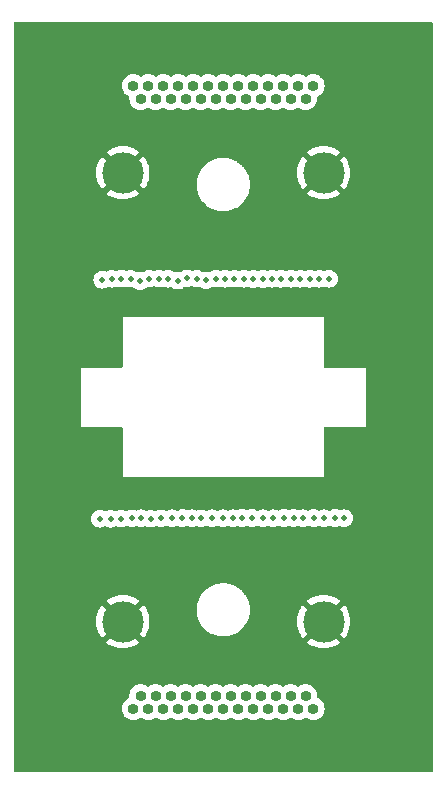
<source format=gbr>
%TF.GenerationSoftware,KiCad,Pcbnew,7.0.2*%
%TF.CreationDate,2023-11-03T15:57:14-06:00*%
%TF.ProjectId,micro-d-tes-aaray,6d696372-6f2d-4642-9d74-65732d616172,rev?*%
%TF.SameCoordinates,Original*%
%TF.FileFunction,Copper,L3,Inr*%
%TF.FilePolarity,Positive*%
%FSLAX46Y46*%
G04 Gerber Fmt 4.6, Leading zero omitted, Abs format (unit mm)*
G04 Created by KiCad (PCBNEW 7.0.2) date 2023-11-03 15:57:14*
%MOMM*%
%LPD*%
G01*
G04 APERTURE LIST*
%TA.AperFunction,ComponentPad*%
%ADD10C,3.500000*%
%TD*%
%TA.AperFunction,ComponentPad*%
%ADD11O,0.920000X0.920000*%
%TD*%
%TA.AperFunction,ViaPad*%
%ADD12C,0.500000*%
%TD*%
G04 APERTURE END LIST*
D10*
%TO.N,GND*%
%TO.C,H1*%
X9250000Y-50750000D03*
%TD*%
%TO.N,GND*%
%TO.C,H4*%
X9250000Y-12750000D03*
%TD*%
%TO.N,GND*%
%TO.C,H3*%
X26250000Y-50750000D03*
%TD*%
%TO.N,GND*%
%TO.C,H2*%
X26250000Y-12750000D03*
%TD*%
D11*
%TO.N,Net-(J1-Pin_1)*%
%TO.C,J99*%
X25370000Y-5374500D03*
%TO.N,Net-(J2-Pin_1)*%
X24100000Y-5374500D03*
%TO.N,Net-(J3-Pin_1)*%
X22830000Y-5374500D03*
%TO.N,Net-(J4-Pin_1)*%
X21560000Y-5374500D03*
%TO.N,Net-(J5-Pin_1)*%
X20290000Y-5374500D03*
%TO.N,Net-(J6-Pin_1)*%
X19020000Y-5374500D03*
%TO.N,Net-(J7-Pin_1)*%
X17750000Y-5374500D03*
%TO.N,Net-(J8-Pin_1)*%
X16480000Y-5374500D03*
%TO.N,Net-(J9-Pin_1)*%
X15210000Y-5374500D03*
%TO.N,Net-(J10-Pin_1)*%
X13940000Y-5374500D03*
%TO.N,Net-(J11-Pin_1)*%
X12670000Y-5374500D03*
%TO.N,Net-(J12-Pin_1)*%
X11400000Y-5374500D03*
%TO.N,Net-(J13-Pin_1)*%
X10130000Y-5374500D03*
%TO.N,Net-(J14-Pin_1)*%
X24735000Y-6474500D03*
%TO.N,Net-(J15-Pin_1)*%
X23465000Y-6474500D03*
%TO.N,Net-(J16-Pin_1)*%
X22195000Y-6474500D03*
%TO.N,Net-(J17-Pin_1)*%
X20925000Y-6474500D03*
%TO.N,Net-(J18-Pin_1)*%
X19655000Y-6474500D03*
%TO.N,Net-(J19-Pin_1)*%
X18385000Y-6474500D03*
%TO.N,Net-(J20-Pin_1)*%
X17115000Y-6474500D03*
%TO.N,Net-(J21-Pin_1)*%
X15845000Y-6474500D03*
%TO.N,Net-(J22-Pin_1)*%
X14575000Y-6474500D03*
%TO.N,Net-(J23-Pin_1)*%
X13305000Y-6474500D03*
%TO.N,Net-(J24-Pin_1)*%
X12035000Y-6474500D03*
%TO.N,Net-(J25-Pin_1)*%
X10765000Y-6474500D03*
%TD*%
%TO.N,Net-(D1-Pin_1)*%
%TO.C,J26*%
X10130000Y-58124500D03*
%TO.N,Net-(D2-Pin_1)*%
X11400000Y-58124500D03*
%TO.N,Net-(D3-Pin_1)*%
X12670000Y-58124500D03*
%TO.N,Net-(D4-Pin_1)*%
X13940000Y-58124500D03*
%TO.N,Net-(D5-Pin_1)*%
X15210000Y-58124500D03*
%TO.N,Net-(D6-Pin_1)*%
X16480000Y-58124500D03*
%TO.N,Net-(D7-Pin_1)*%
X17750000Y-58124500D03*
%TO.N,Net-(D8-Pin_1)*%
X19020000Y-58124500D03*
%TO.N,Net-(D9-Pin_1)*%
X20290000Y-58124500D03*
%TO.N,Net-(D10-Pin_1)*%
X21560000Y-58124500D03*
%TO.N,Net-(D11-Pin_1)*%
X22830000Y-58124500D03*
%TO.N,Net-(D12-Pin_1)*%
X24100000Y-58124500D03*
%TO.N,Net-(D13-Pin_1)*%
X25370000Y-58124500D03*
%TO.N,Net-(D14-Pin_1)*%
X10765000Y-57024500D03*
%TO.N,Net-(D15-Pin_1)*%
X12035000Y-57024500D03*
%TO.N,Net-(D16-Pin_1)*%
X13305000Y-57024500D03*
%TO.N,Net-(D17-Pin_1)*%
X14575000Y-57024500D03*
%TO.N,Net-(D18-Pin_1)*%
X15845000Y-57024500D03*
%TO.N,Net-(D19-Pin_1)*%
X17115000Y-57024500D03*
%TO.N,Net-(D20-Pin_1)*%
X18385000Y-57024500D03*
%TO.N,Net-(D21-Pin_1)*%
X19655000Y-57024500D03*
%TO.N,Net-(D22-Pin_1)*%
X20925000Y-57024500D03*
%TO.N,Net-(D23-Pin_1)*%
X22195000Y-57024500D03*
%TO.N,Net-(D24-Pin_1)*%
X23465000Y-57024500D03*
%TO.N,Net-(D25-Pin_1)*%
X24735000Y-57024500D03*
%TD*%
D12*
%TO.N,Net-(J20-Pin_1)*%
X16300000Y-21870000D03*
%TO.N,Net-(J1-Pin_1)*%
X26700000Y-21730000D03*
%TO.N,Net-(J2-Pin_1)*%
X25110000Y-21730000D03*
%TO.N,Net-(J14-Pin_1)*%
X25900000Y-21730000D03*
%TO.N,Net-(J15-Pin_1)*%
X24290000Y-21730000D03*
%TO.N,Net-(J3-Pin_1)*%
X23500000Y-21730000D03*
%TO.N,Net-(J16-Pin_1)*%
X22670000Y-21730000D03*
%TO.N,Net-(J4-Pin_1)*%
X21900000Y-21730000D03*
%TO.N,Net-(J17-Pin_1)*%
X21110000Y-21740000D03*
%TO.N,Net-(J5-Pin_1)*%
X20280000Y-21740000D03*
%TO.N,Net-(J18-Pin_1)*%
X19500000Y-21720000D03*
%TO.N,Net-(J6-Pin_1)*%
X18700000Y-21720000D03*
%TO.N,Net-(J19-Pin_1)*%
X17900000Y-21720000D03*
%TO.N,Net-(J7-Pin_1)*%
X17110000Y-21710000D03*
%TO.N,Net-(J8-Pin_1)*%
X15500000Y-21710000D03*
%TO.N,Net-(J21-Pin_1)*%
X14700000Y-21700000D03*
%TO.N,Net-(J9-Pin_1)*%
X13890000Y-21880000D03*
%TO.N,Net-(J22-Pin_1)*%
X13100000Y-21720000D03*
%TO.N,Net-(J10-Pin_1)*%
X12300000Y-21710000D03*
%TO.N,Net-(J23-Pin_1)*%
X11480000Y-21710000D03*
%TO.N,Net-(J11-Pin_1)*%
X10700000Y-21910000D03*
%TO.N,Net-(J24-Pin_1)*%
X9900000Y-21710000D03*
%TO.N,Net-(J12-Pin_1)*%
X9100000Y-21710000D03*
%TO.N,Net-(J25-Pin_1)*%
X8300000Y-21730000D03*
%TO.N,Net-(J13-Pin_1)*%
X7510000Y-21800000D03*
%TO.N,Net-(D13-Pin_1)*%
X28000000Y-42000000D03*
%TO.N,Net-(D25-Pin_1)*%
X27210000Y-41990000D03*
%TO.N,Net-(D12-Pin_1)*%
X26300000Y-42000000D03*
%TO.N,Net-(D24-Pin_1)*%
X25400000Y-41980000D03*
%TO.N,Net-(D11-Pin_1)*%
X24500000Y-42000000D03*
%TO.N,Net-(D23-Pin_1)*%
X23700000Y-41970000D03*
%TO.N,Net-(D10-Pin_1)*%
X22900000Y-41980000D03*
%TO.N,Net-(D22-Pin_1)*%
X22000000Y-42000000D03*
%TO.N,Net-(D9-Pin_1)*%
X21100000Y-42000000D03*
%TO.N,Net-(D21-Pin_1)*%
X20200000Y-41990000D03*
%TO.N,Net-(D8-Pin_1)*%
X19370000Y-41980000D03*
%TO.N,Net-(D20-Pin_1)*%
X18600000Y-42010000D03*
%TO.N,Net-(D7-Pin_1)*%
X17700000Y-42010000D03*
%TO.N,Net-(D19-Pin_1)*%
X16800000Y-42010000D03*
%TO.N,Net-(D6-Pin_1)*%
X15900000Y-42020000D03*
%TO.N,Net-(D18-Pin_1)*%
X15100000Y-42010000D03*
%TO.N,Net-(D5-Pin_1)*%
X14300000Y-41990000D03*
%TO.N,Net-(D17-Pin_1)*%
X13400000Y-42000000D03*
%TO.N,Net-(D3-Pin_1)*%
X10800000Y-42010000D03*
%TO.N,Net-(D4-Pin_1)*%
X12500000Y-42020000D03*
%TO.N,Net-(D16-Pin_1)*%
X11600000Y-42030000D03*
%TO.N,Net-(D15-Pin_1)*%
X10000000Y-42020000D03*
%TO.N,Net-(D2-Pin_1)*%
X9100000Y-42030000D03*
%TO.N,Net-(D14-Pin_1)*%
X8210000Y-42050000D03*
%TO.N,Net-(D1-Pin_1)*%
X7300000Y-42050000D03*
%TD*%
%TA.AperFunction,Conductor*%
%TO.N,GND*%
G36*
X35442539Y-20185D02*
G01*
X35488294Y-72989D01*
X35499500Y-124500D01*
X35499500Y-63375500D01*
X35479815Y-63442539D01*
X35427011Y-63488294D01*
X35375500Y-63499500D01*
X124500Y-63499500D01*
X57461Y-63479815D01*
X11706Y-63427011D01*
X500Y-63375500D01*
X500Y-58124500D01*
X9164853Y-58124500D01*
X9183397Y-58312789D01*
X9183398Y-58312791D01*
X9238320Y-58493846D01*
X9327510Y-58660707D01*
X9374409Y-58717854D01*
X9447537Y-58806962D01*
X9494999Y-58845912D01*
X9593793Y-58926990D01*
X9760654Y-59016180D01*
X9941709Y-59071102D01*
X10130000Y-59089647D01*
X10318291Y-59071102D01*
X10499346Y-59016180D01*
X10666207Y-58926990D01*
X10686332Y-58910473D01*
X10750642Y-58883158D01*
X10819510Y-58894948D01*
X10843662Y-58910469D01*
X10863793Y-58926990D01*
X11030654Y-59016180D01*
X11211709Y-59071102D01*
X11400000Y-59089647D01*
X11588291Y-59071102D01*
X11769346Y-59016180D01*
X11936207Y-58926990D01*
X11956332Y-58910473D01*
X12020642Y-58883158D01*
X12089510Y-58894948D01*
X12113662Y-58910469D01*
X12133793Y-58926990D01*
X12300654Y-59016180D01*
X12481709Y-59071102D01*
X12670000Y-59089647D01*
X12858291Y-59071102D01*
X13039346Y-59016180D01*
X13206207Y-58926990D01*
X13226335Y-58910470D01*
X13290644Y-58883158D01*
X13359512Y-58894949D01*
X13383663Y-58910470D01*
X13403793Y-58926990D01*
X13570654Y-59016180D01*
X13751709Y-59071102D01*
X13940000Y-59089647D01*
X14128291Y-59071102D01*
X14309346Y-59016180D01*
X14476207Y-58926990D01*
X14496333Y-58910472D01*
X14560641Y-58883158D01*
X14629509Y-58894948D01*
X14653663Y-58910470D01*
X14653667Y-58910473D01*
X14673793Y-58926990D01*
X14840654Y-59016180D01*
X15021709Y-59071102D01*
X15210000Y-59089647D01*
X15398291Y-59071102D01*
X15579346Y-59016180D01*
X15746207Y-58926990D01*
X15766332Y-58910473D01*
X15830642Y-58883158D01*
X15899510Y-58894948D01*
X15923662Y-58910469D01*
X15943793Y-58926990D01*
X16110654Y-59016180D01*
X16291709Y-59071102D01*
X16480000Y-59089647D01*
X16668291Y-59071102D01*
X16849346Y-59016180D01*
X17016207Y-58926990D01*
X17036333Y-58910472D01*
X17100641Y-58883158D01*
X17169509Y-58894948D01*
X17193663Y-58910470D01*
X17193667Y-58910473D01*
X17213793Y-58926990D01*
X17380654Y-59016180D01*
X17561709Y-59071102D01*
X17750000Y-59089647D01*
X17938291Y-59071102D01*
X18119346Y-59016180D01*
X18286207Y-58926990D01*
X18306335Y-58910470D01*
X18370644Y-58883158D01*
X18439512Y-58894949D01*
X18463663Y-58910470D01*
X18483793Y-58926990D01*
X18650654Y-59016180D01*
X18831709Y-59071102D01*
X19020000Y-59089647D01*
X19208291Y-59071102D01*
X19389346Y-59016180D01*
X19556207Y-58926990D01*
X19576333Y-58910472D01*
X19640641Y-58883158D01*
X19709509Y-58894948D01*
X19733663Y-58910470D01*
X19733667Y-58910473D01*
X19753793Y-58926990D01*
X19920654Y-59016180D01*
X20101709Y-59071102D01*
X20290000Y-59089647D01*
X20478291Y-59071102D01*
X20659346Y-59016180D01*
X20826207Y-58926990D01*
X20846335Y-58910470D01*
X20910644Y-58883158D01*
X20979512Y-58894949D01*
X21003663Y-58910470D01*
X21023793Y-58926990D01*
X21190654Y-59016180D01*
X21371709Y-59071102D01*
X21560000Y-59089647D01*
X21748291Y-59071102D01*
X21929346Y-59016180D01*
X22096207Y-58926990D01*
X22116333Y-58910472D01*
X22180641Y-58883158D01*
X22249509Y-58894948D01*
X22273663Y-58910470D01*
X22273667Y-58910473D01*
X22293793Y-58926990D01*
X22460654Y-59016180D01*
X22641709Y-59071102D01*
X22830000Y-59089647D01*
X23018291Y-59071102D01*
X23199346Y-59016180D01*
X23366207Y-58926990D01*
X23386335Y-58910470D01*
X23450644Y-58883158D01*
X23519512Y-58894949D01*
X23543663Y-58910470D01*
X23563793Y-58926990D01*
X23730654Y-59016180D01*
X23911709Y-59071102D01*
X24100000Y-59089647D01*
X24288291Y-59071102D01*
X24469346Y-59016180D01*
X24636207Y-58926990D01*
X24656333Y-58910472D01*
X24720641Y-58883158D01*
X24789509Y-58894948D01*
X24813663Y-58910470D01*
X24813667Y-58910473D01*
X24833793Y-58926990D01*
X25000654Y-59016180D01*
X25181709Y-59071102D01*
X25370000Y-59089647D01*
X25558291Y-59071102D01*
X25739346Y-59016180D01*
X25906207Y-58926990D01*
X26052462Y-58806962D01*
X26172490Y-58660707D01*
X26261680Y-58493846D01*
X26316602Y-58312791D01*
X26335147Y-58124500D01*
X26316602Y-57936209D01*
X26261680Y-57755154D01*
X26172490Y-57588293D01*
X26112476Y-57515165D01*
X26052462Y-57442037D01*
X25906207Y-57322010D01*
X25906203Y-57322008D01*
X25755683Y-57241552D01*
X25705841Y-57192591D01*
X25690381Y-57124454D01*
X25690731Y-57120099D01*
X25700147Y-57024500D01*
X25681602Y-56836209D01*
X25626680Y-56655154D01*
X25537490Y-56488293D01*
X25477475Y-56415165D01*
X25417462Y-56342037D01*
X25310247Y-56254049D01*
X25271207Y-56222010D01*
X25104346Y-56132820D01*
X25013818Y-56105359D01*
X24923289Y-56077897D01*
X24735000Y-56059353D01*
X24546710Y-56077897D01*
X24365651Y-56132821D01*
X24198794Y-56222009D01*
X24178661Y-56238531D01*
X24114350Y-56265842D01*
X24045483Y-56254048D01*
X24021334Y-56238528D01*
X24001207Y-56222010D01*
X23834346Y-56132820D01*
X23743818Y-56105359D01*
X23653289Y-56077897D01*
X23485569Y-56061378D01*
X23465000Y-56059353D01*
X23464999Y-56059353D01*
X23276710Y-56077897D01*
X23095651Y-56132821D01*
X22928793Y-56222009D01*
X22908664Y-56238529D01*
X22844353Y-56265841D01*
X22775486Y-56254049D01*
X22751336Y-56238529D01*
X22731206Y-56222009D01*
X22564348Y-56132821D01*
X22564347Y-56132820D01*
X22564346Y-56132820D01*
X22473818Y-56105359D01*
X22383289Y-56077897D01*
X22195000Y-56059353D01*
X22006710Y-56077897D01*
X21825651Y-56132821D01*
X21658794Y-56222009D01*
X21638661Y-56238531D01*
X21574350Y-56265842D01*
X21505483Y-56254048D01*
X21481334Y-56238528D01*
X21461207Y-56222010D01*
X21294346Y-56132820D01*
X21203818Y-56105359D01*
X21113289Y-56077897D01*
X20945569Y-56061378D01*
X20925000Y-56059353D01*
X20924999Y-56059353D01*
X20736710Y-56077897D01*
X20555651Y-56132821D01*
X20388793Y-56222009D01*
X20368664Y-56238529D01*
X20304353Y-56265841D01*
X20235486Y-56254049D01*
X20211336Y-56238529D01*
X20191206Y-56222009D01*
X20024348Y-56132821D01*
X20024347Y-56132820D01*
X20024346Y-56132820D01*
X19933818Y-56105359D01*
X19843289Y-56077897D01*
X19655000Y-56059353D01*
X19466710Y-56077897D01*
X19285651Y-56132821D01*
X19118794Y-56222009D01*
X19098661Y-56238531D01*
X19034350Y-56265842D01*
X18965483Y-56254048D01*
X18941334Y-56238528D01*
X18921207Y-56222010D01*
X18754346Y-56132820D01*
X18663818Y-56105359D01*
X18573289Y-56077897D01*
X18385000Y-56059353D01*
X18196710Y-56077897D01*
X18015651Y-56132821D01*
X17848793Y-56222009D01*
X17828664Y-56238529D01*
X17764353Y-56265841D01*
X17695486Y-56254049D01*
X17671336Y-56238529D01*
X17651206Y-56222009D01*
X17484348Y-56132821D01*
X17484347Y-56132820D01*
X17484346Y-56132820D01*
X17393818Y-56105359D01*
X17303289Y-56077897D01*
X17135569Y-56061378D01*
X17115000Y-56059353D01*
X17114999Y-56059353D01*
X16926710Y-56077897D01*
X16745651Y-56132821D01*
X16578794Y-56222009D01*
X16558661Y-56238531D01*
X16494350Y-56265842D01*
X16425483Y-56254048D01*
X16401334Y-56238528D01*
X16381207Y-56222010D01*
X16214346Y-56132820D01*
X16123818Y-56105359D01*
X16033289Y-56077897D01*
X15845000Y-56059353D01*
X15656710Y-56077897D01*
X15475651Y-56132821D01*
X15308793Y-56222009D01*
X15288664Y-56238529D01*
X15224353Y-56265841D01*
X15155486Y-56254049D01*
X15131336Y-56238529D01*
X15111206Y-56222009D01*
X14944348Y-56132821D01*
X14944347Y-56132820D01*
X14944346Y-56132820D01*
X14853818Y-56105359D01*
X14763289Y-56077897D01*
X14595569Y-56061378D01*
X14575000Y-56059353D01*
X14574999Y-56059353D01*
X14386710Y-56077897D01*
X14205651Y-56132821D01*
X14038794Y-56222009D01*
X14018661Y-56238531D01*
X13954350Y-56265842D01*
X13885483Y-56254048D01*
X13861334Y-56238528D01*
X13841207Y-56222010D01*
X13674346Y-56132820D01*
X13583818Y-56105359D01*
X13493289Y-56077897D01*
X13325569Y-56061378D01*
X13305000Y-56059353D01*
X13304999Y-56059353D01*
X13116710Y-56077897D01*
X12935651Y-56132821D01*
X12768793Y-56222009D01*
X12748664Y-56238529D01*
X12684353Y-56265841D01*
X12615486Y-56254049D01*
X12591336Y-56238529D01*
X12571206Y-56222009D01*
X12404348Y-56132821D01*
X12404347Y-56132820D01*
X12404346Y-56132820D01*
X12313818Y-56105359D01*
X12223289Y-56077897D01*
X12035000Y-56059353D01*
X11846710Y-56077897D01*
X11665651Y-56132821D01*
X11498794Y-56222009D01*
X11478661Y-56238531D01*
X11414350Y-56265842D01*
X11345483Y-56254048D01*
X11321334Y-56238528D01*
X11301207Y-56222010D01*
X11134346Y-56132820D01*
X11043818Y-56105359D01*
X10953289Y-56077897D01*
X10785569Y-56061378D01*
X10765000Y-56059353D01*
X10764999Y-56059353D01*
X10576710Y-56077897D01*
X10395651Y-56132821D01*
X10228794Y-56222009D01*
X10082537Y-56342037D01*
X9962509Y-56488294D01*
X9873321Y-56655151D01*
X9818397Y-56836210D01*
X9799853Y-57024500D01*
X9809262Y-57120042D01*
X9796243Y-57188688D01*
X9748177Y-57239398D01*
X9744314Y-57241552D01*
X9593794Y-57322008D01*
X9447537Y-57442037D01*
X9327509Y-57588294D01*
X9238321Y-57755151D01*
X9183397Y-57936210D01*
X9164853Y-58124500D01*
X500Y-58124500D01*
X500Y-50754043D01*
X6995437Y-50754043D01*
X7014197Y-51040271D01*
X7015253Y-51048293D01*
X7071210Y-51329608D01*
X7073307Y-51337436D01*
X7165505Y-51609038D01*
X7168607Y-51616528D01*
X7295466Y-51873774D01*
X7299516Y-51880788D01*
X7458866Y-52119271D01*
X7463805Y-52125708D01*
X7490405Y-52156039D01*
X7490406Y-52156039D01*
X8279438Y-51367007D01*
X8328348Y-51445999D01*
X8471931Y-51603501D01*
X8630388Y-51723163D01*
X7843959Y-52509592D01*
X7843959Y-52509593D01*
X7874291Y-52536194D01*
X7880728Y-52541133D01*
X8119211Y-52700483D01*
X8126225Y-52704533D01*
X8383471Y-52831392D01*
X8390961Y-52834494D01*
X8662563Y-52926692D01*
X8670391Y-52928789D01*
X8951706Y-52984746D01*
X8959728Y-52985802D01*
X9245957Y-53004563D01*
X9254043Y-53004563D01*
X9540271Y-52985802D01*
X9548293Y-52984746D01*
X9829608Y-52928789D01*
X9837436Y-52926692D01*
X10109038Y-52834494D01*
X10116528Y-52831392D01*
X10373774Y-52704533D01*
X10380788Y-52700483D01*
X10619273Y-52541132D01*
X10625698Y-52536201D01*
X10656040Y-52509592D01*
X9869611Y-51723163D01*
X10028069Y-51603501D01*
X10171652Y-51445999D01*
X10220560Y-51367008D01*
X11009592Y-52156040D01*
X11036201Y-52125698D01*
X11041132Y-52119273D01*
X11200483Y-51880788D01*
X11204533Y-51873774D01*
X11331392Y-51616528D01*
X11334494Y-51609038D01*
X11426692Y-51337436D01*
X11428789Y-51329608D01*
X11484746Y-51048293D01*
X11485802Y-51040271D01*
X11504563Y-50754043D01*
X11504563Y-50745956D01*
X11485802Y-50459728D01*
X11484746Y-50451706D01*
X11428789Y-50170391D01*
X11426692Y-50162563D01*
X11334494Y-49890961D01*
X11331392Y-49883471D01*
X11265572Y-49750000D01*
X15494671Y-49750000D01*
X15501784Y-49858521D01*
X15500299Y-49865155D01*
X15503480Y-49888809D01*
X15504319Y-49897204D01*
X15504759Y-49903925D01*
X15505025Y-49912020D01*
X15505025Y-49931442D01*
X15507057Y-49938976D01*
X15513966Y-50044380D01*
X15514757Y-50048359D01*
X15514758Y-50048363D01*
X15535795Y-50154124D01*
X15535112Y-50161756D01*
X15541988Y-50186858D01*
X15544013Y-50195438D01*
X15545433Y-50202580D01*
X15546707Y-50210231D01*
X15548970Y-50227057D01*
X15551516Y-50233161D01*
X15570726Y-50329738D01*
X15570728Y-50329745D01*
X15571519Y-50333722D01*
X15572822Y-50337563D01*
X15572825Y-50337571D01*
X15608497Y-50442658D01*
X15608851Y-50451163D01*
X15619770Y-50476913D01*
X15623029Y-50485463D01*
X15625750Y-50493479D01*
X15627924Y-50500575D01*
X15631669Y-50514247D01*
X15634383Y-50518913D01*
X15666348Y-50613077D01*
X15668141Y-50616712D01*
X15668144Y-50616720D01*
X15718628Y-50719091D01*
X15720234Y-50728306D01*
X15735368Y-50753858D01*
X15739893Y-50762211D01*
X15744425Y-50771402D01*
X15747369Y-50777830D01*
X15751654Y-50787935D01*
X15754203Y-50791231D01*
X15795030Y-50874019D01*
X15796828Y-50877665D01*
X15799079Y-50881034D01*
X15799082Y-50881039D01*
X15864264Y-50978590D01*
X15867306Y-50988305D01*
X15886672Y-51012829D01*
X15892457Y-51020784D01*
X15899482Y-51031297D01*
X15903073Y-51037000D01*
X15906805Y-51043301D01*
X15908870Y-51045348D01*
X15958356Y-51119409D01*
X15960727Y-51122957D01*
X15963408Y-51126014D01*
X16042850Y-51216600D01*
X16047474Y-51226568D01*
X16070928Y-51249251D01*
X16077953Y-51256627D01*
X16088367Y-51268502D01*
X16092452Y-51273409D01*
X16094397Y-51275872D01*
X16095688Y-51276850D01*
X16155242Y-51344758D01*
X16158287Y-51347428D01*
X16158290Y-51347431D01*
X16251285Y-51428986D01*
X16257596Y-51438936D01*
X16284854Y-51459020D01*
X16293057Y-51465619D01*
X16307885Y-51478623D01*
X16310944Y-51481441D01*
X16311382Y-51481690D01*
X16377043Y-51539273D01*
X16380425Y-51541532D01*
X16380424Y-51541532D01*
X16485919Y-51612022D01*
X16493973Y-51621659D01*
X16524620Y-51638454D01*
X16533914Y-51644091D01*
X16622335Y-51703172D01*
X16625968Y-51704963D01*
X16625974Y-51704967D01*
X16742651Y-51762505D01*
X16752459Y-51771528D01*
X16785988Y-51784442D01*
X16796265Y-51788944D01*
X16886923Y-51833652D01*
X16890771Y-51834958D01*
X16890773Y-51834959D01*
X17016993Y-51877805D01*
X17028514Y-51885906D01*
X17064307Y-51894436D01*
X17075416Y-51897637D01*
X17126271Y-51914900D01*
X17162433Y-51927176D01*
X17162435Y-51927176D01*
X17166278Y-51928481D01*
X17304150Y-51955905D01*
X17317283Y-51962775D01*
X17354661Y-51966535D01*
X17366432Y-51968293D01*
X17455620Y-51986034D01*
X17599110Y-51995439D01*
X17613709Y-52000785D01*
X17651937Y-51999507D01*
X17664176Y-51999703D01*
X17750000Y-52005329D01*
X17896701Y-51995713D01*
X17912575Y-51999265D01*
X17950885Y-51992803D01*
X17963369Y-51991343D01*
X18044380Y-51986034D01*
X18191741Y-51956722D01*
X18208644Y-51958234D01*
X18246253Y-51946568D01*
X18258782Y-51943387D01*
X18333722Y-51928481D01*
X18479054Y-51879146D01*
X18496697Y-51878411D01*
X18532832Y-51861643D01*
X18545151Y-51856709D01*
X18613077Y-51833652D01*
X18753632Y-51764337D01*
X18771701Y-51761188D01*
X18805617Y-51739537D01*
X18817483Y-51732849D01*
X18877665Y-51703172D01*
X19010668Y-51614301D01*
X19028805Y-51608622D01*
X19059789Y-51582427D01*
X19070947Y-51574024D01*
X19122957Y-51539273D01*
X19245658Y-51431666D01*
X19263501Y-51423388D01*
X19290920Y-51393072D01*
X19301112Y-51383034D01*
X19344758Y-51344758D01*
X19454509Y-51219611D01*
X19471660Y-51208732D01*
X19494928Y-51174837D01*
X19503925Y-51163263D01*
X19539273Y-51122957D01*
X19633556Y-50981852D01*
X19649629Y-50968419D01*
X19668260Y-50931549D01*
X19675821Y-50918597D01*
X19703172Y-50877665D01*
X19764135Y-50754043D01*
X23995437Y-50754043D01*
X24014197Y-51040271D01*
X24015253Y-51048293D01*
X24071210Y-51329608D01*
X24073307Y-51337436D01*
X24165505Y-51609038D01*
X24168607Y-51616528D01*
X24295466Y-51873774D01*
X24299516Y-51880788D01*
X24458866Y-52119271D01*
X24463805Y-52125708D01*
X24490405Y-52156039D01*
X24490406Y-52156039D01*
X25279438Y-51367007D01*
X25328348Y-51445999D01*
X25471931Y-51603501D01*
X25630388Y-51723163D01*
X24843959Y-52509592D01*
X24843959Y-52509593D01*
X24874291Y-52536194D01*
X24880728Y-52541133D01*
X25119211Y-52700483D01*
X25126225Y-52704533D01*
X25383471Y-52831392D01*
X25390961Y-52834494D01*
X25662563Y-52926692D01*
X25670391Y-52928789D01*
X25951706Y-52984746D01*
X25959728Y-52985802D01*
X26245957Y-53004563D01*
X26254043Y-53004563D01*
X26540271Y-52985802D01*
X26548293Y-52984746D01*
X26829608Y-52928789D01*
X26837436Y-52926692D01*
X27109038Y-52834494D01*
X27116528Y-52831392D01*
X27373774Y-52704533D01*
X27380788Y-52700483D01*
X27619273Y-52541132D01*
X27625698Y-52536201D01*
X27656040Y-52509592D01*
X26869611Y-51723163D01*
X27028069Y-51603501D01*
X27171652Y-51445999D01*
X27220560Y-51367008D01*
X28009592Y-52156040D01*
X28036201Y-52125698D01*
X28041132Y-52119273D01*
X28200483Y-51880788D01*
X28204533Y-51873774D01*
X28331392Y-51616528D01*
X28334494Y-51609038D01*
X28426692Y-51337436D01*
X28428789Y-51329608D01*
X28484746Y-51048293D01*
X28485802Y-51040271D01*
X28504563Y-50754043D01*
X28504563Y-50745956D01*
X28485802Y-50459728D01*
X28484746Y-50451706D01*
X28428789Y-50170391D01*
X28426692Y-50162563D01*
X28334494Y-49890961D01*
X28331392Y-49883471D01*
X28204533Y-49626225D01*
X28200483Y-49619211D01*
X28041133Y-49380728D01*
X28036194Y-49374291D01*
X28009592Y-49343959D01*
X27220560Y-50132991D01*
X27171652Y-50054001D01*
X27028069Y-49896499D01*
X26869610Y-49776835D01*
X27656039Y-48990406D01*
X27656039Y-48990405D01*
X27625708Y-48963805D01*
X27619271Y-48958866D01*
X27380788Y-48799516D01*
X27373774Y-48795466D01*
X27116528Y-48668607D01*
X27109038Y-48665505D01*
X26837436Y-48573307D01*
X26829608Y-48571210D01*
X26548293Y-48515253D01*
X26540271Y-48514197D01*
X26254043Y-48495437D01*
X26245957Y-48495437D01*
X25959728Y-48514197D01*
X25951706Y-48515253D01*
X25670391Y-48571210D01*
X25662563Y-48573307D01*
X25390961Y-48665505D01*
X25383471Y-48668607D01*
X25126225Y-48795466D01*
X25119211Y-48799516D01*
X24880723Y-48958869D01*
X24874295Y-48963801D01*
X24843958Y-48990405D01*
X24843958Y-48990406D01*
X25630388Y-49776836D01*
X25471931Y-49896499D01*
X25328348Y-50054001D01*
X25279439Y-50132991D01*
X24490406Y-49343958D01*
X24490405Y-49343958D01*
X24463801Y-49374295D01*
X24458869Y-49380723D01*
X24299516Y-49619211D01*
X24295466Y-49626225D01*
X24168607Y-49883471D01*
X24165505Y-49890961D01*
X24073307Y-50162563D01*
X24071210Y-50170391D01*
X24015253Y-50451706D01*
X24014197Y-50459728D01*
X23995437Y-50745956D01*
X23995437Y-50754043D01*
X19764135Y-50754043D01*
X19779667Y-50722547D01*
X19794273Y-50706671D01*
X19807878Y-50667489D01*
X19813796Y-50653339D01*
X19833652Y-50613077D01*
X19890294Y-50446215D01*
X19903058Y-50428063D01*
X19911344Y-50387296D01*
X19915435Y-50372153D01*
X19928481Y-50333722D01*
X19986034Y-50044380D01*
X20005329Y-49750000D01*
X19986034Y-49455620D01*
X19928481Y-49166278D01*
X19915441Y-49127865D01*
X19911345Y-49112706D01*
X19904554Y-49079297D01*
X19890296Y-49053790D01*
X19834959Y-48890773D01*
X19834956Y-48890765D01*
X19833652Y-48886923D01*
X19831413Y-48882384D01*
X19813809Y-48846684D01*
X19807882Y-48832516D01*
X19796669Y-48800225D01*
X19779669Y-48777456D01*
X19704967Y-48625976D01*
X19703172Y-48622336D01*
X19695197Y-48610401D01*
X19675835Y-48581422D01*
X19668265Y-48568457D01*
X19652824Y-48537901D01*
X19633556Y-48518148D01*
X19541532Y-48380424D01*
X19539273Y-48377043D01*
X19503934Y-48336747D01*
X19494932Y-48325166D01*
X19475550Y-48296932D01*
X19454509Y-48280389D01*
X19347431Y-48158290D01*
X19344758Y-48155242D01*
X19301130Y-48116981D01*
X19290924Y-48106930D01*
X19267964Y-48081544D01*
X19245659Y-48068334D01*
X19126015Y-47963408D01*
X19126007Y-47963402D01*
X19122957Y-47960727D01*
X19070965Y-47925987D01*
X19059798Y-47917578D01*
X19033712Y-47895523D01*
X19010669Y-47885698D01*
X18881035Y-47799080D01*
X18877665Y-47796828D01*
X18874036Y-47795038D01*
X18874025Y-47795032D01*
X18817498Y-47767157D01*
X18805620Y-47760464D01*
X18776923Y-47742144D01*
X18753634Y-47735662D01*
X18616726Y-47668147D01*
X18616719Y-47668144D01*
X18613077Y-47666348D01*
X18545174Y-47643298D01*
X18532840Y-47638359D01*
X18502108Y-47624098D01*
X18479054Y-47620852D01*
X18337571Y-47572825D01*
X18337563Y-47572822D01*
X18333722Y-47571519D01*
X18323899Y-47569565D01*
X18258807Y-47556617D01*
X18246261Y-47553433D01*
X18214123Y-47543463D01*
X18191743Y-47543278D01*
X18044380Y-47513966D01*
X18040332Y-47513700D01*
X18040327Y-47513700D01*
X17963405Y-47508658D01*
X17950892Y-47507197D01*
X17917997Y-47501648D01*
X17896703Y-47504286D01*
X17750000Y-47494671D01*
X17664194Y-47500295D01*
X17651949Y-47500491D01*
X17618958Y-47499388D01*
X17599107Y-47504561D01*
X17459673Y-47513700D01*
X17459667Y-47513700D01*
X17455620Y-47513966D01*
X17451649Y-47514755D01*
X17451648Y-47514756D01*
X17366449Y-47531703D01*
X17354672Y-47533462D01*
X17322265Y-47536722D01*
X17304149Y-47544095D01*
X17170261Y-47570726D01*
X17170250Y-47570728D01*
X17166278Y-47571519D01*
X17162444Y-47572820D01*
X17162442Y-47572821D01*
X17075429Y-47602358D01*
X17064318Y-47605560D01*
X17033141Y-47612990D01*
X17016996Y-47622193D01*
X16915014Y-47656812D01*
X16886923Y-47666348D01*
X16883291Y-47668138D01*
X16883279Y-47668144D01*
X16796282Y-47711047D01*
X16786005Y-47715549D01*
X16756663Y-47726849D01*
X16742653Y-47737494D01*
X16625976Y-47795032D01*
X16625964Y-47795038D01*
X16622336Y-47796828D01*
X16618976Y-47799073D01*
X16618964Y-47799080D01*
X16533933Y-47855896D01*
X16524637Y-47861534D01*
X16497695Y-47876299D01*
X16485921Y-47887977D01*
X16380424Y-47958467D01*
X16380414Y-47958473D01*
X16377043Y-47960727D01*
X16373999Y-47963396D01*
X16373984Y-47963408D01*
X16311384Y-48018308D01*
X16311046Y-48018464D01*
X16307871Y-48021389D01*
X16293071Y-48034368D01*
X16284868Y-48040967D01*
X16260798Y-48058701D01*
X16251287Y-48071011D01*
X16158291Y-48152567D01*
X16158282Y-48152575D01*
X16155242Y-48155242D01*
X16152575Y-48158282D01*
X16152567Y-48158291D01*
X16095688Y-48223149D01*
X16094647Y-48223809D01*
X16092447Y-48226595D01*
X16088367Y-48231497D01*
X16077953Y-48243372D01*
X16070929Y-48250747D01*
X16050136Y-48270856D01*
X16042851Y-48283398D01*
X15963408Y-48373984D01*
X15963396Y-48373999D01*
X15960727Y-48377043D01*
X15958473Y-48380414D01*
X15958467Y-48380424D01*
X15908871Y-48454651D01*
X15907179Y-48456064D01*
X15903064Y-48463013D01*
X15899475Y-48468713D01*
X15892466Y-48479202D01*
X15886682Y-48487156D01*
X15869435Y-48508995D01*
X15864266Y-48521407D01*
X15799080Y-48618964D01*
X15799073Y-48618976D01*
X15796828Y-48622336D01*
X15795038Y-48625964D01*
X15795032Y-48625976D01*
X15754204Y-48708768D01*
X15752068Y-48711089D01*
X15747364Y-48722182D01*
X15744415Y-48728616D01*
X15739892Y-48737787D01*
X15735373Y-48746130D01*
X15721841Y-48768976D01*
X15718629Y-48780907D01*
X15668144Y-48883279D01*
X15668138Y-48883291D01*
X15666348Y-48886923D01*
X15665044Y-48890765D01*
X15634383Y-48981087D01*
X15632030Y-48984433D01*
X15627923Y-48999425D01*
X15625749Y-49006520D01*
X15623031Y-49014527D01*
X15619773Y-49023076D01*
X15609973Y-49046187D01*
X15608498Y-49057340D01*
X15572825Y-49162428D01*
X15572824Y-49162433D01*
X15571519Y-49166278D01*
X15570728Y-49170253D01*
X15570727Y-49170258D01*
X15551516Y-49266838D01*
X15549194Y-49271276D01*
X15546707Y-49289769D01*
X15545430Y-49297437D01*
X15544010Y-49304574D01*
X15541989Y-49313135D01*
X15535794Y-49335749D01*
X15535795Y-49345871D01*
X15513966Y-49455620D01*
X15513700Y-49459665D01*
X15513700Y-49459672D01*
X15507057Y-49561022D01*
X15505024Y-49566570D01*
X15505025Y-49587979D01*
X15504758Y-49596106D01*
X15504319Y-49602790D01*
X15503480Y-49611188D01*
X15500604Y-49632572D01*
X15501784Y-49641478D01*
X15494671Y-49750000D01*
X11265572Y-49750000D01*
X11204533Y-49626225D01*
X11200483Y-49619211D01*
X11041133Y-49380728D01*
X11036194Y-49374291D01*
X11009592Y-49343959D01*
X10220560Y-50132991D01*
X10171652Y-50054001D01*
X10028069Y-49896499D01*
X9869610Y-49776835D01*
X10656039Y-48990406D01*
X10656039Y-48990405D01*
X10625708Y-48963805D01*
X10619271Y-48958866D01*
X10380788Y-48799516D01*
X10373774Y-48795466D01*
X10116528Y-48668607D01*
X10109038Y-48665505D01*
X9837436Y-48573307D01*
X9829608Y-48571210D01*
X9548293Y-48515253D01*
X9540271Y-48514197D01*
X9254043Y-48495437D01*
X9245957Y-48495437D01*
X8959728Y-48514197D01*
X8951706Y-48515253D01*
X8670391Y-48571210D01*
X8662563Y-48573307D01*
X8390961Y-48665505D01*
X8383471Y-48668607D01*
X8126225Y-48795466D01*
X8119211Y-48799516D01*
X7880723Y-48958869D01*
X7874295Y-48963801D01*
X7843958Y-48990405D01*
X7843958Y-48990406D01*
X8630388Y-49776836D01*
X8471931Y-49896499D01*
X8328348Y-50054001D01*
X8279439Y-50132991D01*
X7490406Y-49343958D01*
X7490405Y-49343958D01*
X7463801Y-49374295D01*
X7458869Y-49380723D01*
X7299516Y-49619211D01*
X7295466Y-49626225D01*
X7168607Y-49883471D01*
X7165505Y-49890961D01*
X7073307Y-50162563D01*
X7071210Y-50170391D01*
X7015253Y-50451706D01*
X7014197Y-50459728D01*
X6995437Y-50745956D01*
X6995437Y-50754043D01*
X500Y-50754043D01*
X500Y-42049999D01*
X6544750Y-42049999D01*
X6563686Y-42218056D01*
X6563686Y-42218058D01*
X6563687Y-42218059D01*
X6619544Y-42377690D01*
X6709523Y-42520890D01*
X6829110Y-42640477D01*
X6972310Y-42730456D01*
X7131941Y-42786313D01*
X7300000Y-42805249D01*
X7468059Y-42786313D01*
X7627690Y-42730456D01*
X7689030Y-42691912D01*
X7756263Y-42672913D01*
X7820969Y-42691912D01*
X7882310Y-42730456D01*
X8041941Y-42786313D01*
X8153980Y-42798936D01*
X8209999Y-42805249D01*
X8209999Y-42805248D01*
X8210000Y-42805249D01*
X8378059Y-42786313D01*
X8537690Y-42730456D01*
X8604943Y-42688197D01*
X8672176Y-42669197D01*
X8736887Y-42688198D01*
X8772306Y-42710454D01*
X8772310Y-42710456D01*
X8931941Y-42766313D01*
X9043980Y-42778936D01*
X9099999Y-42785249D01*
X9099999Y-42785248D01*
X9100000Y-42785249D01*
X9268059Y-42766313D01*
X9427690Y-42710456D01*
X9457199Y-42691914D01*
X9491985Y-42670057D01*
X9559221Y-42651056D01*
X9623928Y-42670055D01*
X9672310Y-42700456D01*
X9831941Y-42756313D01*
X10000000Y-42775249D01*
X10168059Y-42756313D01*
X10327690Y-42700456D01*
X10341985Y-42691473D01*
X10409220Y-42672473D01*
X10458714Y-42687005D01*
X10459122Y-42685841D01*
X10472308Y-42690455D01*
X10472310Y-42690456D01*
X10631941Y-42746313D01*
X10800000Y-42765249D01*
X10968059Y-42746313D01*
X11127690Y-42690456D01*
X11127691Y-42690455D01*
X11140878Y-42685841D01*
X11142215Y-42689662D01*
X11185336Y-42677473D01*
X11250057Y-42696474D01*
X11272306Y-42710454D01*
X11272307Y-42710454D01*
X11272310Y-42710456D01*
X11431941Y-42766313D01*
X11600000Y-42785249D01*
X11768059Y-42766313D01*
X11927690Y-42710456D01*
X11957199Y-42691914D01*
X11991985Y-42670057D01*
X12059221Y-42651056D01*
X12123928Y-42670055D01*
X12172310Y-42700456D01*
X12331941Y-42756313D01*
X12420692Y-42766313D01*
X12499999Y-42775249D01*
X12499999Y-42775248D01*
X12500000Y-42775249D01*
X12668059Y-42756313D01*
X12827690Y-42700456D01*
X12899945Y-42655054D01*
X12967177Y-42636055D01*
X13031885Y-42655055D01*
X13056395Y-42670456D01*
X13072306Y-42680454D01*
X13072310Y-42680456D01*
X13231941Y-42736313D01*
X13400000Y-42755249D01*
X13568059Y-42736313D01*
X13727690Y-42680456D01*
X13737610Y-42674222D01*
X13791985Y-42640057D01*
X13859221Y-42621056D01*
X13923928Y-42640055D01*
X13972310Y-42670456D01*
X14131941Y-42726313D01*
X14220692Y-42736313D01*
X14299999Y-42745249D01*
X14299999Y-42745248D01*
X14300000Y-42745249D01*
X14468059Y-42726313D01*
X14627690Y-42670456D01*
X14627691Y-42670455D01*
X14640878Y-42665841D01*
X14642215Y-42669662D01*
X14685336Y-42657473D01*
X14750057Y-42676474D01*
X14772306Y-42690454D01*
X14772307Y-42690454D01*
X14772310Y-42690456D01*
X14931941Y-42746313D01*
X15100000Y-42765249D01*
X15268059Y-42746313D01*
X15427690Y-42690456D01*
X15427690Y-42690455D01*
X15440879Y-42685841D01*
X15441340Y-42687159D01*
X15493296Y-42672473D01*
X15558013Y-42691472D01*
X15572310Y-42700456D01*
X15731941Y-42756313D01*
X15900000Y-42775249D01*
X16068059Y-42756313D01*
X16227690Y-42700456D01*
X16243608Y-42690454D01*
X16291985Y-42660057D01*
X16359221Y-42641056D01*
X16423928Y-42660055D01*
X16472310Y-42690456D01*
X16631941Y-42746313D01*
X16800000Y-42765249D01*
X16968059Y-42746313D01*
X17127690Y-42690456D01*
X17184028Y-42655055D01*
X17251265Y-42636056D01*
X17315971Y-42655055D01*
X17372310Y-42690456D01*
X17531941Y-42746313D01*
X17620692Y-42756313D01*
X17699999Y-42765249D01*
X17699999Y-42765248D01*
X17700000Y-42765249D01*
X17868059Y-42746313D01*
X18027690Y-42690456D01*
X18084028Y-42655055D01*
X18151265Y-42636056D01*
X18215971Y-42655055D01*
X18272310Y-42690456D01*
X18431941Y-42746313D01*
X18600000Y-42765249D01*
X18768059Y-42746313D01*
X18927690Y-42690456D01*
X18948792Y-42677195D01*
X19016025Y-42658195D01*
X19055713Y-42665146D01*
X19201941Y-42716313D01*
X19327453Y-42730455D01*
X19369999Y-42735249D01*
X19369999Y-42735248D01*
X19370000Y-42735249D01*
X19538059Y-42716313D01*
X19697690Y-42660456D01*
X19711069Y-42652048D01*
X19778305Y-42633048D01*
X19843013Y-42652047D01*
X19872310Y-42670456D01*
X20031941Y-42726313D01*
X20200000Y-42745249D01*
X20368059Y-42726313D01*
X20527690Y-42670456D01*
X20576069Y-42640056D01*
X20643306Y-42621056D01*
X20708013Y-42640055D01*
X20772310Y-42680456D01*
X20931941Y-42736313D01*
X21020692Y-42746313D01*
X21099999Y-42755249D01*
X21099999Y-42755248D01*
X21100000Y-42755249D01*
X21268059Y-42736313D01*
X21427690Y-42680456D01*
X21484028Y-42645055D01*
X21551265Y-42626056D01*
X21615971Y-42645055D01*
X21672310Y-42680456D01*
X21831941Y-42736313D01*
X22000000Y-42755249D01*
X22168059Y-42736313D01*
X22327690Y-42680456D01*
X22399945Y-42635054D01*
X22467177Y-42616055D01*
X22531885Y-42635055D01*
X22550903Y-42647005D01*
X22568711Y-42658195D01*
X22572310Y-42660456D01*
X22731941Y-42716313D01*
X22820692Y-42726313D01*
X22899999Y-42735249D01*
X22899999Y-42735248D01*
X22900000Y-42735249D01*
X23068059Y-42716313D01*
X23227690Y-42660456D01*
X23241985Y-42651473D01*
X23309220Y-42632473D01*
X23358714Y-42647005D01*
X23359122Y-42645841D01*
X23372308Y-42650455D01*
X23372310Y-42650456D01*
X23531941Y-42706313D01*
X23620692Y-42716313D01*
X23699999Y-42725249D01*
X23699999Y-42725248D01*
X23700000Y-42725249D01*
X23868059Y-42706313D01*
X24027690Y-42650456D01*
X24027693Y-42650453D01*
X24033549Y-42648405D01*
X24103328Y-42644844D01*
X24140474Y-42660452D01*
X24172310Y-42680456D01*
X24331941Y-42736313D01*
X24500000Y-42755249D01*
X24668059Y-42736313D01*
X24827690Y-42680456D01*
X24899945Y-42635054D01*
X24967177Y-42616055D01*
X25031885Y-42635055D01*
X25050903Y-42647005D01*
X25068711Y-42658195D01*
X25072310Y-42660456D01*
X25231941Y-42716313D01*
X25400000Y-42735249D01*
X25568059Y-42716313D01*
X25727690Y-42660456D01*
X25768113Y-42635055D01*
X25835349Y-42616056D01*
X25900056Y-42635055D01*
X25972310Y-42680456D01*
X26131941Y-42736313D01*
X26220692Y-42746313D01*
X26299999Y-42755249D01*
X26299999Y-42755248D01*
X26300000Y-42755249D01*
X26468059Y-42736313D01*
X26627690Y-42680456D01*
X26696984Y-42636914D01*
X26764221Y-42617914D01*
X26828928Y-42636913D01*
X26882310Y-42670456D01*
X27041941Y-42726313D01*
X27130692Y-42736313D01*
X27209999Y-42745249D01*
X27209999Y-42745248D01*
X27210000Y-42745249D01*
X27378059Y-42726313D01*
X27537690Y-42670456D01*
X27537691Y-42670455D01*
X27550878Y-42665841D01*
X27551889Y-42668732D01*
X27598301Y-42655615D01*
X27663012Y-42674613D01*
X27672310Y-42680456D01*
X27831941Y-42736313D01*
X28000000Y-42755249D01*
X28168059Y-42736313D01*
X28327690Y-42680456D01*
X28470890Y-42590477D01*
X28590477Y-42470890D01*
X28680456Y-42327690D01*
X28736313Y-42168059D01*
X28755249Y-42000000D01*
X28736313Y-41831941D01*
X28680456Y-41672310D01*
X28590477Y-41529110D01*
X28470890Y-41409523D01*
X28327690Y-41319544D01*
X28168059Y-41263687D01*
X28168058Y-41263686D01*
X28168056Y-41263686D01*
X28000000Y-41244750D01*
X27831945Y-41263686D01*
X27831942Y-41263686D01*
X27831941Y-41263687D01*
X27672310Y-41319544D01*
X27672306Y-41319546D01*
X27659124Y-41324159D01*
X27658112Y-41321268D01*
X27611677Y-41334384D01*
X27546984Y-41315384D01*
X27544283Y-41313687D01*
X27537690Y-41309544D01*
X27378059Y-41253687D01*
X27378058Y-41253686D01*
X27378056Y-41253686D01*
X27209999Y-41234750D01*
X27041943Y-41253686D01*
X26882307Y-41309545D01*
X26813013Y-41353085D01*
X26745776Y-41372085D01*
X26681070Y-41353085D01*
X26627690Y-41319544D01*
X26556832Y-41294750D01*
X26468059Y-41263687D01*
X26468058Y-41263686D01*
X26468056Y-41263686D01*
X26299999Y-41244750D01*
X26131943Y-41263686D01*
X25972307Y-41319545D01*
X25931884Y-41344944D01*
X25864647Y-41363943D01*
X25799942Y-41344943D01*
X25766864Y-41324159D01*
X25727690Y-41299544D01*
X25568059Y-41243687D01*
X25568058Y-41243686D01*
X25568056Y-41243686D01*
X25399999Y-41224750D01*
X25231943Y-41243686D01*
X25072310Y-41299544D01*
X25000055Y-41344944D01*
X24932818Y-41363943D01*
X24868112Y-41344943D01*
X24827690Y-41319544D01*
X24668059Y-41263687D01*
X24668058Y-41263686D01*
X24668056Y-41263686D01*
X24500000Y-41244750D01*
X24331945Y-41263686D01*
X24331942Y-41263686D01*
X24331941Y-41263687D01*
X24172310Y-41319544D01*
X24172306Y-41319545D01*
X24166451Y-41321595D01*
X24096672Y-41325156D01*
X24059526Y-41309547D01*
X24027690Y-41289544D01*
X23868059Y-41233687D01*
X23868058Y-41233686D01*
X23868056Y-41233686D01*
X23700000Y-41214750D01*
X23531943Y-41233686D01*
X23372308Y-41289544D01*
X23358011Y-41298528D01*
X23290774Y-41317526D01*
X23241285Y-41302994D01*
X23240878Y-41304159D01*
X23227691Y-41299544D01*
X23227690Y-41299544D01*
X23068059Y-41243687D01*
X23068058Y-41243686D01*
X23068056Y-41243686D01*
X22899999Y-41224750D01*
X22731943Y-41243686D01*
X22572310Y-41299544D01*
X22500055Y-41344944D01*
X22432818Y-41363943D01*
X22368112Y-41344943D01*
X22327690Y-41319544D01*
X22168059Y-41263687D01*
X22168058Y-41263686D01*
X22168056Y-41263686D01*
X22000000Y-41244750D01*
X21831943Y-41263686D01*
X21672307Y-41319545D01*
X21615971Y-41354943D01*
X21548734Y-41373943D01*
X21484029Y-41354943D01*
X21427692Y-41319545D01*
X21427691Y-41319544D01*
X21427690Y-41319544D01*
X21268059Y-41263687D01*
X21268058Y-41263686D01*
X21268056Y-41263686D01*
X21099999Y-41244750D01*
X20931943Y-41263686D01*
X20772310Y-41319544D01*
X20723928Y-41349944D01*
X20656691Y-41368943D01*
X20591986Y-41349943D01*
X20527692Y-41309545D01*
X20527691Y-41309544D01*
X20527690Y-41309544D01*
X20368059Y-41253687D01*
X20368058Y-41253686D01*
X20368056Y-41253686D01*
X20200000Y-41234750D01*
X20031943Y-41253686D01*
X19872308Y-41309544D01*
X19858926Y-41317953D01*
X19791688Y-41336951D01*
X19726986Y-41317951D01*
X19697693Y-41299545D01*
X19569675Y-41254750D01*
X19538059Y-41243687D01*
X19538058Y-41243686D01*
X19538056Y-41243686D01*
X19369999Y-41224750D01*
X19201943Y-41243686D01*
X19042307Y-41299545D01*
X19021204Y-41312805D01*
X18953967Y-41331804D01*
X18914281Y-41324852D01*
X18768059Y-41273687D01*
X18768058Y-41273686D01*
X18768056Y-41273686D01*
X18600000Y-41254750D01*
X18431943Y-41273686D01*
X18272307Y-41329545D01*
X18215971Y-41364943D01*
X18148734Y-41383943D01*
X18084029Y-41364943D01*
X18027692Y-41329545D01*
X18027691Y-41329544D01*
X18027690Y-41329544D01*
X17868059Y-41273687D01*
X17868058Y-41273686D01*
X17868056Y-41273686D01*
X17700000Y-41254750D01*
X17531943Y-41273686D01*
X17372307Y-41329545D01*
X17315971Y-41364943D01*
X17248734Y-41383943D01*
X17184029Y-41364943D01*
X17127692Y-41329545D01*
X17127691Y-41329544D01*
X17127690Y-41329544D01*
X16968059Y-41273687D01*
X16968058Y-41273686D01*
X16968056Y-41273686D01*
X16800000Y-41254750D01*
X16631943Y-41273686D01*
X16472310Y-41329544D01*
X16408013Y-41369944D01*
X16340776Y-41388943D01*
X16276071Y-41369943D01*
X16227692Y-41339545D01*
X16227691Y-41339544D01*
X16227690Y-41339544D01*
X16068059Y-41283687D01*
X16068058Y-41283686D01*
X16068056Y-41283686D01*
X15900000Y-41264750D01*
X15731945Y-41283686D01*
X15731942Y-41283686D01*
X15731941Y-41283687D01*
X15572310Y-41339544D01*
X15572306Y-41339546D01*
X15559124Y-41344159D01*
X15558663Y-41342841D01*
X15506678Y-41357525D01*
X15441986Y-41338527D01*
X15439478Y-41336951D01*
X15427690Y-41329544D01*
X15268059Y-41273687D01*
X15268058Y-41273686D01*
X15268056Y-41273686D01*
X15099999Y-41254750D01*
X14931945Y-41273686D01*
X14931942Y-41273686D01*
X14931941Y-41273687D01*
X14772310Y-41329544D01*
X14772306Y-41329546D01*
X14759124Y-41334159D01*
X14757787Y-41330340D01*
X14714600Y-41342525D01*
X14649945Y-41323527D01*
X14627692Y-41309545D01*
X14627691Y-41309544D01*
X14627690Y-41309544D01*
X14468059Y-41253687D01*
X14468058Y-41253686D01*
X14468056Y-41253686D01*
X14300000Y-41234750D01*
X14131943Y-41253686D01*
X13972310Y-41309544D01*
X13908013Y-41349944D01*
X13840776Y-41368943D01*
X13776071Y-41349943D01*
X13727692Y-41319545D01*
X13727691Y-41319544D01*
X13727690Y-41319544D01*
X13568059Y-41263687D01*
X13568058Y-41263686D01*
X13568056Y-41263686D01*
X13400000Y-41244750D01*
X13231943Y-41263686D01*
X13072310Y-41319544D01*
X13000055Y-41364944D01*
X12932818Y-41383943D01*
X12868112Y-41364943D01*
X12827690Y-41339544D01*
X12668059Y-41283687D01*
X12668058Y-41283686D01*
X12668056Y-41283686D01*
X12499999Y-41264750D01*
X12331943Y-41283686D01*
X12172310Y-41339544D01*
X12108013Y-41379944D01*
X12040776Y-41398943D01*
X11976071Y-41379943D01*
X11927692Y-41349545D01*
X11927691Y-41349544D01*
X11927690Y-41349544D01*
X11768059Y-41293687D01*
X11768058Y-41293686D01*
X11768056Y-41293686D01*
X11600000Y-41274750D01*
X11431945Y-41293686D01*
X11431942Y-41293686D01*
X11431941Y-41293687D01*
X11272310Y-41349544D01*
X11272306Y-41349546D01*
X11259124Y-41354159D01*
X11257787Y-41350340D01*
X11214600Y-41362525D01*
X11149945Y-41343527D01*
X11127692Y-41329545D01*
X11127691Y-41329544D01*
X11127690Y-41329544D01*
X10968059Y-41273687D01*
X10968058Y-41273686D01*
X10968056Y-41273686D01*
X10800000Y-41254750D01*
X10631943Y-41273686D01*
X10472308Y-41329544D01*
X10458011Y-41338528D01*
X10390774Y-41357526D01*
X10341285Y-41342994D01*
X10340878Y-41344159D01*
X10327691Y-41339544D01*
X10327690Y-41339544D01*
X10168059Y-41283687D01*
X10168058Y-41283686D01*
X10168056Y-41283686D01*
X10000000Y-41264750D01*
X9831943Y-41283686D01*
X9672310Y-41339544D01*
X9608013Y-41379944D01*
X9540776Y-41398943D01*
X9476071Y-41379943D01*
X9427692Y-41349545D01*
X9427691Y-41349544D01*
X9427690Y-41349544D01*
X9268059Y-41293687D01*
X9268058Y-41293686D01*
X9268056Y-41293686D01*
X9100000Y-41274750D01*
X8931943Y-41293686D01*
X8772309Y-41349544D01*
X8705057Y-41391802D01*
X8637820Y-41410802D01*
X8573113Y-41391802D01*
X8564509Y-41386396D01*
X8537690Y-41369544D01*
X8378059Y-41313687D01*
X8378058Y-41313686D01*
X8378056Y-41313686D01*
X8209999Y-41294750D01*
X8041943Y-41313686D01*
X7882310Y-41369544D01*
X7820970Y-41408086D01*
X7753733Y-41427085D01*
X7689028Y-41408085D01*
X7627690Y-41369544D01*
X7468059Y-41313687D01*
X7468058Y-41313686D01*
X7468056Y-41313686D01*
X7299999Y-41294750D01*
X7131943Y-41313686D01*
X6972310Y-41369544D01*
X6829108Y-41459524D01*
X6709524Y-41579108D01*
X6619544Y-41722310D01*
X6563686Y-41881943D01*
X6544750Y-42049999D01*
X500Y-42049999D01*
X500Y-34225889D01*
X5679416Y-34225889D01*
X5679459Y-34250000D01*
X5679501Y-34250101D01*
X5679616Y-34250382D01*
X5679618Y-34250384D01*
X5679808Y-34250462D01*
X5680000Y-34250541D01*
X5680002Y-34250539D01*
X5704616Y-34250524D01*
X5704616Y-34250528D01*
X5704760Y-34250500D01*
X9125500Y-34250500D01*
X9192539Y-34270185D01*
X9238294Y-34322989D01*
X9249500Y-34374500D01*
X9249500Y-38475467D01*
X9249416Y-38475889D01*
X9249459Y-38500000D01*
X9249501Y-38500101D01*
X9249616Y-38500382D01*
X9249618Y-38500384D01*
X9249808Y-38500462D01*
X9250000Y-38500541D01*
X9250002Y-38500539D01*
X9274616Y-38500524D01*
X9274616Y-38500528D01*
X9274760Y-38500500D01*
X26225240Y-38500500D01*
X26225383Y-38500528D01*
X26225384Y-38500524D01*
X26249997Y-38500539D01*
X26250000Y-38500541D01*
X26250383Y-38500383D01*
X26250500Y-38500099D01*
X26250541Y-38500000D01*
X26250540Y-38499997D01*
X26250583Y-38475889D01*
X26250500Y-38475467D01*
X26250500Y-34374500D01*
X26270185Y-34307461D01*
X26322989Y-34261706D01*
X26374500Y-34250500D01*
X29795240Y-34250500D01*
X29795383Y-34250528D01*
X29795384Y-34250524D01*
X29819997Y-34250539D01*
X29820000Y-34250541D01*
X29820383Y-34250383D01*
X29820500Y-34250099D01*
X29820541Y-34250000D01*
X29820540Y-34249997D01*
X29820583Y-34225889D01*
X29820500Y-34225467D01*
X29820500Y-29274759D01*
X29820528Y-29274616D01*
X29820524Y-29274616D01*
X29820539Y-29250002D01*
X29820541Y-29250000D01*
X29820462Y-29249808D01*
X29820384Y-29249618D01*
X29820383Y-29249617D01*
X29820379Y-29249615D01*
X29820097Y-29249499D01*
X29820000Y-29249459D01*
X29795446Y-29249459D01*
X29795240Y-29249500D01*
X26374500Y-29249500D01*
X26307461Y-29229815D01*
X26261706Y-29177011D01*
X26250500Y-29125500D01*
X26250500Y-25024759D01*
X26250528Y-25024616D01*
X26250524Y-25024616D01*
X26250539Y-25000002D01*
X26250541Y-25000000D01*
X26250462Y-24999808D01*
X26250384Y-24999618D01*
X26250383Y-24999617D01*
X26250379Y-24999615D01*
X26250097Y-24999499D01*
X26250000Y-24999459D01*
X26225446Y-24999459D01*
X26225240Y-24999500D01*
X9274760Y-24999500D01*
X9274554Y-24999459D01*
X9249999Y-24999459D01*
X9249900Y-24999500D01*
X9249618Y-24999615D01*
X9249615Y-24999618D01*
X9249459Y-24999999D01*
X9249476Y-25024616D01*
X9249471Y-25024616D01*
X9249500Y-25024759D01*
X9249500Y-29125500D01*
X9229815Y-29192539D01*
X9177011Y-29238294D01*
X9125500Y-29249500D01*
X5704760Y-29249500D01*
X5704554Y-29249459D01*
X5679999Y-29249459D01*
X5679900Y-29249500D01*
X5679618Y-29249615D01*
X5679615Y-29249618D01*
X5679459Y-29249999D01*
X5679476Y-29274616D01*
X5679471Y-29274616D01*
X5679500Y-29274759D01*
X5679500Y-34225467D01*
X5679416Y-34225889D01*
X500Y-34225889D01*
X500Y-21800000D01*
X6754750Y-21800000D01*
X6773686Y-21968056D01*
X6773686Y-21968058D01*
X6773687Y-21968059D01*
X6829544Y-22127690D01*
X6919523Y-22270890D01*
X7039110Y-22390477D01*
X7182310Y-22480456D01*
X7341941Y-22536313D01*
X7510000Y-22555249D01*
X7678059Y-22536313D01*
X7837690Y-22480456D01*
X7906835Y-22437008D01*
X7974071Y-22418008D01*
X8013759Y-22424959D01*
X8131941Y-22466313D01*
X8300000Y-22485249D01*
X8468059Y-22466313D01*
X8627690Y-22410456D01*
X8649943Y-22396473D01*
X8717177Y-22377473D01*
X8757869Y-22389419D01*
X8759122Y-22385841D01*
X8772308Y-22390455D01*
X8772310Y-22390456D01*
X8931941Y-22446313D01*
X9100000Y-22465249D01*
X9268059Y-22446313D01*
X9427690Y-22390456D01*
X9434023Y-22386476D01*
X9501260Y-22367473D01*
X9565972Y-22386473D01*
X9572310Y-22390456D01*
X9731941Y-22446313D01*
X9900000Y-22465249D01*
X10068059Y-22446313D01*
X10073694Y-22444340D01*
X10143471Y-22440777D01*
X10202332Y-22473699D01*
X10229110Y-22500477D01*
X10372310Y-22590456D01*
X10531941Y-22646313D01*
X10700000Y-22665249D01*
X10868059Y-22646313D01*
X11027690Y-22590456D01*
X11170890Y-22500477D01*
X11192483Y-22478882D01*
X11253803Y-22445399D01*
X11297680Y-22448091D01*
X11298057Y-22444749D01*
X11479999Y-22465249D01*
X11479999Y-22465248D01*
X11480000Y-22465249D01*
X11648059Y-22446313D01*
X11807690Y-22390456D01*
X11824024Y-22380191D01*
X11891260Y-22361189D01*
X11955973Y-22380190D01*
X11957562Y-22381189D01*
X11970659Y-22389419D01*
X11972310Y-22390456D01*
X12131941Y-22446313D01*
X12300000Y-22465249D01*
X12468059Y-22446313D01*
X12627690Y-22390456D01*
X12627690Y-22390455D01*
X12640879Y-22385841D01*
X12641340Y-22387159D01*
X12693296Y-22372473D01*
X12758013Y-22391472D01*
X12772310Y-22400456D01*
X12931941Y-22456313D01*
X13020692Y-22466313D01*
X13099999Y-22475249D01*
X13099999Y-22475248D01*
X13100000Y-22475249D01*
X13268059Y-22456313D01*
X13295920Y-22446563D01*
X13365696Y-22443000D01*
X13405784Y-22465423D01*
X13407280Y-22463043D01*
X13419108Y-22470475D01*
X13419110Y-22470477D01*
X13562310Y-22560456D01*
X13721941Y-22616313D01*
X13833980Y-22628937D01*
X13889999Y-22635249D01*
X13889999Y-22635248D01*
X13890000Y-22635249D01*
X14058059Y-22616313D01*
X14217690Y-22560456D01*
X14360890Y-22470477D01*
X14375441Y-22455925D01*
X14436762Y-22422439D01*
X14504076Y-22426562D01*
X14531941Y-22436313D01*
X14700000Y-22455249D01*
X14868059Y-22436313D01*
X15027690Y-22380456D01*
X15027690Y-22380455D01*
X15040879Y-22375841D01*
X15041340Y-22377159D01*
X15093296Y-22362473D01*
X15158013Y-22381472D01*
X15172310Y-22390456D01*
X15331941Y-22446313D01*
X15500000Y-22465249D01*
X15668059Y-22446313D01*
X15703330Y-22433970D01*
X15773109Y-22430410D01*
X15816315Y-22454578D01*
X15817280Y-22453043D01*
X15829108Y-22460475D01*
X15829110Y-22460477D01*
X15972310Y-22550456D01*
X16131941Y-22606313D01*
X16300000Y-22625249D01*
X16468059Y-22606313D01*
X16627690Y-22550456D01*
X16770890Y-22460477D01*
X16770890Y-22460476D01*
X16782721Y-22453043D01*
X16783232Y-22453857D01*
X16831944Y-22427256D01*
X16899261Y-22431378D01*
X16941941Y-22446313D01*
X17030692Y-22456313D01*
X17109999Y-22465249D01*
X17109999Y-22465248D01*
X17110000Y-22465249D01*
X17278059Y-22446313D01*
X17437690Y-22390456D01*
X17437691Y-22390455D01*
X17450878Y-22385841D01*
X17451889Y-22388732D01*
X17498301Y-22375615D01*
X17563012Y-22394613D01*
X17572310Y-22400456D01*
X17731941Y-22456313D01*
X17820692Y-22466313D01*
X17899999Y-22475249D01*
X17899999Y-22475248D01*
X17900000Y-22475249D01*
X18068059Y-22456313D01*
X18227690Y-22400456D01*
X18234023Y-22396476D01*
X18301260Y-22377473D01*
X18365972Y-22396473D01*
X18372310Y-22400456D01*
X18531941Y-22456313D01*
X18620692Y-22466313D01*
X18699999Y-22475249D01*
X18699999Y-22475248D01*
X18700000Y-22475249D01*
X18868059Y-22456313D01*
X19027690Y-22400456D01*
X19034023Y-22396476D01*
X19101260Y-22377473D01*
X19165972Y-22396473D01*
X19172310Y-22400456D01*
X19331941Y-22456313D01*
X19420692Y-22466313D01*
X19499999Y-22475249D01*
X19499999Y-22475248D01*
X19500000Y-22475249D01*
X19668059Y-22456313D01*
X19827690Y-22400456D01*
X19827693Y-22400453D01*
X19830925Y-22399323D01*
X19900704Y-22395762D01*
X19937850Y-22411370D01*
X19952310Y-22420456D01*
X20111941Y-22476313D01*
X20280000Y-22495249D01*
X20448059Y-22476313D01*
X20607690Y-22420456D01*
X20629028Y-22407048D01*
X20696262Y-22388048D01*
X20760970Y-22407048D01*
X20782306Y-22420454D01*
X20782307Y-22420454D01*
X20782310Y-22420456D01*
X20941941Y-22476313D01*
X21110000Y-22495249D01*
X21278059Y-22476313D01*
X21437690Y-22420456D01*
X21446984Y-22414615D01*
X21514216Y-22395614D01*
X21558182Y-22408525D01*
X21559122Y-22405841D01*
X21572308Y-22410455D01*
X21572310Y-22410456D01*
X21731941Y-22466313D01*
X21900000Y-22485249D01*
X22068059Y-22466313D01*
X22227690Y-22410456D01*
X22227690Y-22410455D01*
X22240879Y-22405841D01*
X22242116Y-22409376D01*
X22286236Y-22396898D01*
X22327965Y-22409147D01*
X22329122Y-22405841D01*
X22342308Y-22410455D01*
X22342310Y-22410456D01*
X22501941Y-22466313D01*
X22590692Y-22476313D01*
X22669999Y-22485249D01*
X22669999Y-22485248D01*
X22670000Y-22485249D01*
X22838059Y-22466313D01*
X22997690Y-22410456D01*
X23019028Y-22397047D01*
X23086264Y-22378048D01*
X23150971Y-22397047D01*
X23172310Y-22410456D01*
X23331941Y-22466313D01*
X23500000Y-22485249D01*
X23668059Y-22466313D01*
X23827690Y-22410456D01*
X23829025Y-22409617D01*
X23834545Y-22408056D01*
X23840878Y-22405841D01*
X23841013Y-22406228D01*
X23896258Y-22390614D01*
X23949028Y-22406109D01*
X23949122Y-22405841D01*
X23954375Y-22407679D01*
X23960974Y-22409617D01*
X23962310Y-22410456D01*
X24121941Y-22466313D01*
X24290000Y-22485249D01*
X24458059Y-22466313D01*
X24617690Y-22410456D01*
X24634025Y-22400191D01*
X24701260Y-22381189D01*
X24765974Y-22400191D01*
X24782310Y-22410456D01*
X24941941Y-22466313D01*
X25030692Y-22476313D01*
X25109999Y-22485249D01*
X25109999Y-22485248D01*
X25110000Y-22485249D01*
X25278059Y-22466313D01*
X25437690Y-22410456D01*
X25439025Y-22409617D01*
X25444545Y-22408056D01*
X25450878Y-22405841D01*
X25451013Y-22406228D01*
X25506258Y-22390614D01*
X25559028Y-22406109D01*
X25559122Y-22405841D01*
X25564375Y-22407679D01*
X25570974Y-22409617D01*
X25572310Y-22410456D01*
X25731941Y-22466313D01*
X25900000Y-22485249D01*
X26068059Y-22466313D01*
X26227690Y-22410456D01*
X26234027Y-22406473D01*
X26301263Y-22387473D01*
X26365972Y-22406473D01*
X26372310Y-22410456D01*
X26531941Y-22466313D01*
X26700000Y-22485249D01*
X26868059Y-22466313D01*
X27027690Y-22410456D01*
X27170890Y-22320477D01*
X27290477Y-22200890D01*
X27380456Y-22057690D01*
X27436313Y-21898059D01*
X27455249Y-21730000D01*
X27436313Y-21561941D01*
X27380456Y-21402310D01*
X27290477Y-21259110D01*
X27170890Y-21139523D01*
X27027690Y-21049544D01*
X26868059Y-20993687D01*
X26868058Y-20993686D01*
X26868056Y-20993686D01*
X26700000Y-20974750D01*
X26531943Y-20993686D01*
X26372308Y-21049544D01*
X26365969Y-21053528D01*
X26298732Y-21072526D01*
X26234031Y-21053528D01*
X26227691Y-21049544D01*
X26068056Y-20993686D01*
X25900000Y-20974750D01*
X25731943Y-20993686D01*
X25572303Y-21049546D01*
X25570966Y-21050387D01*
X25565440Y-21051947D01*
X25559122Y-21054159D01*
X25558986Y-21053771D01*
X25503728Y-21069383D01*
X25450971Y-21053892D01*
X25450878Y-21054159D01*
X25445649Y-21052329D01*
X25439034Y-21050387D01*
X25437696Y-21049546D01*
X25331269Y-21012305D01*
X25278059Y-20993687D01*
X25278058Y-20993686D01*
X25278056Y-20993686D01*
X25109999Y-20974750D01*
X24941943Y-20993686D01*
X24782309Y-21049544D01*
X24765972Y-21059810D01*
X24698735Y-21078810D01*
X24634028Y-21059810D01*
X24630391Y-21057525D01*
X24617690Y-21049544D01*
X24458059Y-20993687D01*
X24458058Y-20993686D01*
X24458056Y-20993686D01*
X24290000Y-20974750D01*
X24121943Y-20993686D01*
X23962303Y-21049546D01*
X23960966Y-21050387D01*
X23955440Y-21051947D01*
X23949122Y-21054159D01*
X23948986Y-21053771D01*
X23893728Y-21069383D01*
X23840971Y-21053892D01*
X23840878Y-21054159D01*
X23835649Y-21052329D01*
X23829034Y-21050387D01*
X23827696Y-21049546D01*
X23721269Y-21012305D01*
X23668059Y-20993687D01*
X23668058Y-20993686D01*
X23668056Y-20993686D01*
X23500000Y-20974750D01*
X23331943Y-20993686D01*
X23172307Y-21049545D01*
X23150970Y-21062952D01*
X23083733Y-21081951D01*
X23019030Y-21062952D01*
X22997692Y-21049545D01*
X22997691Y-21049544D01*
X22997690Y-21049544D01*
X22838059Y-20993687D01*
X22838058Y-20993686D01*
X22838056Y-20993686D01*
X22669999Y-20974750D01*
X22501943Y-20993686D01*
X22421439Y-21021855D01*
X22342310Y-21049544D01*
X22342308Y-21049544D01*
X22329122Y-21054159D01*
X22327885Y-21050626D01*
X22283719Y-21063100D01*
X22242032Y-21050860D01*
X22240878Y-21054159D01*
X22227691Y-21049544D01*
X22227690Y-21049544D01*
X22068059Y-20993687D01*
X22068058Y-20993686D01*
X22068056Y-20993686D01*
X21900000Y-20974750D01*
X21731945Y-20993686D01*
X21731942Y-20993686D01*
X21731941Y-20993687D01*
X21572310Y-21049544D01*
X21572308Y-21049544D01*
X21572308Y-21049545D01*
X21563011Y-21055387D01*
X21495773Y-21074385D01*
X21451816Y-21061476D01*
X21450878Y-21064159D01*
X21437691Y-21059544D01*
X21437690Y-21059544D01*
X21278059Y-21003687D01*
X21278058Y-21003686D01*
X21278056Y-21003686D01*
X21110000Y-20984750D01*
X20941943Y-21003686D01*
X20782307Y-21059545D01*
X20760970Y-21072952D01*
X20693733Y-21091951D01*
X20629030Y-21072952D01*
X20607692Y-21059545D01*
X20607691Y-21059544D01*
X20607690Y-21059544D01*
X20448059Y-21003687D01*
X20448058Y-21003686D01*
X20448056Y-21003686D01*
X20280000Y-20984750D01*
X20111943Y-21003686D01*
X20038043Y-21029545D01*
X19952310Y-21059544D01*
X19952308Y-21059544D01*
X19949073Y-21060677D01*
X19879295Y-21064238D01*
X19842145Y-21048627D01*
X19840391Y-21047525D01*
X19835035Y-21044159D01*
X19827691Y-21039544D01*
X19668056Y-20983686D01*
X19499999Y-20964750D01*
X19331943Y-20983686D01*
X19172308Y-21039544D01*
X19165969Y-21043528D01*
X19098732Y-21062526D01*
X19034031Y-21043528D01*
X19027691Y-21039544D01*
X18868056Y-20983686D01*
X18699999Y-20964750D01*
X18531943Y-20983686D01*
X18372308Y-21039544D01*
X18365969Y-21043528D01*
X18298732Y-21062526D01*
X18234031Y-21043528D01*
X18227691Y-21039544D01*
X18068056Y-20983686D01*
X17899999Y-20964750D01*
X17731945Y-20983686D01*
X17731942Y-20983686D01*
X17731941Y-20983687D01*
X17572310Y-21039544D01*
X17572306Y-21039546D01*
X17559124Y-21044159D01*
X17558112Y-21041268D01*
X17511677Y-21054384D01*
X17446984Y-21035384D01*
X17445034Y-21034159D01*
X17437690Y-21029544D01*
X17278059Y-20973687D01*
X17278058Y-20973686D01*
X17278056Y-20973686D01*
X17109999Y-20954750D01*
X16941943Y-20973686D01*
X16782309Y-21029544D01*
X16627280Y-21126956D01*
X16626769Y-21126142D01*
X16578043Y-21152746D01*
X16510738Y-21148620D01*
X16468058Y-21133686D01*
X16300000Y-21114750D01*
X16131941Y-21133686D01*
X16096666Y-21146029D01*
X16026887Y-21149589D01*
X15983684Y-21125421D01*
X15982720Y-21126957D01*
X15970891Y-21119524D01*
X15970890Y-21119523D01*
X15827690Y-21029544D01*
X15668059Y-20973687D01*
X15668058Y-20973686D01*
X15668056Y-20973686D01*
X15500000Y-20954750D01*
X15331945Y-20973686D01*
X15331942Y-20973686D01*
X15331941Y-20973687D01*
X15172310Y-21029544D01*
X15172306Y-21029546D01*
X15159124Y-21034159D01*
X15158663Y-21032841D01*
X15106678Y-21047525D01*
X15041986Y-21028527D01*
X15027690Y-21019544D01*
X14868059Y-20963687D01*
X14868058Y-20963686D01*
X14868056Y-20963686D01*
X14700000Y-20944750D01*
X14531943Y-20963686D01*
X14372309Y-21019544D01*
X14229106Y-21109524D01*
X14214554Y-21124077D01*
X14153231Y-21157561D01*
X14085922Y-21153436D01*
X14058058Y-21143686D01*
X13889999Y-21124750D01*
X13721941Y-21143686D01*
X13694074Y-21153437D01*
X13624295Y-21156996D01*
X13584215Y-21134576D01*
X13582720Y-21136957D01*
X13570891Y-21129524D01*
X13570890Y-21129523D01*
X13427690Y-21039544D01*
X13268059Y-20983687D01*
X13268058Y-20983686D01*
X13268056Y-20983686D01*
X13099999Y-20964750D01*
X12931945Y-20983686D01*
X12931942Y-20983686D01*
X12931941Y-20983687D01*
X12772310Y-21039544D01*
X12772306Y-21039546D01*
X12759124Y-21044159D01*
X12758663Y-21042841D01*
X12706678Y-21057525D01*
X12641986Y-21038527D01*
X12636984Y-21035384D01*
X12627690Y-21029544D01*
X12468059Y-20973687D01*
X12468058Y-20973686D01*
X12468056Y-20973686D01*
X12300000Y-20954750D01*
X12131943Y-20973686D01*
X11972307Y-21029545D01*
X11955969Y-21039811D01*
X11888732Y-21058810D01*
X11824027Y-21039809D01*
X11807690Y-21029544D01*
X11648059Y-20973687D01*
X11648058Y-20973686D01*
X11648056Y-20973686D01*
X11480000Y-20954750D01*
X11311943Y-20973686D01*
X11152309Y-21029544D01*
X11009109Y-21119522D01*
X10987515Y-21141117D01*
X10926191Y-21174601D01*
X10882318Y-21171911D01*
X10881942Y-21175251D01*
X10700000Y-21154750D01*
X10531939Y-21173686D01*
X10526297Y-21175661D01*
X10456518Y-21179220D01*
X10397666Y-21146299D01*
X10370891Y-21119524D01*
X10370890Y-21119523D01*
X10227690Y-21029544D01*
X10068059Y-20973687D01*
X10068058Y-20973686D01*
X10068056Y-20973686D01*
X9900000Y-20954750D01*
X9731943Y-20973686D01*
X9572303Y-21029546D01*
X9565965Y-21033529D01*
X9498728Y-21052525D01*
X9434027Y-21033526D01*
X9427690Y-21029544D01*
X9399111Y-21019544D01*
X9268059Y-20973687D01*
X9268058Y-20973686D01*
X9268056Y-20973686D01*
X9100000Y-20954750D01*
X8931943Y-20973686D01*
X8772308Y-21029544D01*
X8750053Y-21043528D01*
X8682816Y-21062526D01*
X8642130Y-21050578D01*
X8640878Y-21054159D01*
X8627691Y-21049544D01*
X8627690Y-21049544D01*
X8468059Y-20993687D01*
X8468058Y-20993686D01*
X8468056Y-20993686D01*
X8300000Y-20974750D01*
X8131943Y-20993686D01*
X7972310Y-21049544D01*
X7903162Y-21092992D01*
X7835925Y-21111991D01*
X7796237Y-21105039D01*
X7704537Y-21072952D01*
X7678059Y-21063687D01*
X7678058Y-21063686D01*
X7678056Y-21063686D01*
X7510000Y-21044750D01*
X7341943Y-21063686D01*
X7182310Y-21119544D01*
X7039108Y-21209524D01*
X6919524Y-21329108D01*
X6829544Y-21472310D01*
X6773686Y-21631943D01*
X6754750Y-21800000D01*
X500Y-21800000D01*
X500Y-12754043D01*
X6995437Y-12754043D01*
X7014197Y-13040271D01*
X7015253Y-13048293D01*
X7071210Y-13329608D01*
X7073307Y-13337436D01*
X7165505Y-13609038D01*
X7168607Y-13616528D01*
X7295466Y-13873774D01*
X7299516Y-13880788D01*
X7458866Y-14119271D01*
X7463805Y-14125708D01*
X7490405Y-14156039D01*
X7490406Y-14156039D01*
X8279438Y-13367007D01*
X8328348Y-13445999D01*
X8471931Y-13603501D01*
X8630388Y-13723163D01*
X7843959Y-14509592D01*
X7843959Y-14509593D01*
X7874291Y-14536194D01*
X7880728Y-14541133D01*
X8119211Y-14700483D01*
X8126225Y-14704533D01*
X8383471Y-14831392D01*
X8390961Y-14834494D01*
X8662563Y-14926692D01*
X8670391Y-14928789D01*
X8951706Y-14984746D01*
X8959728Y-14985802D01*
X9245957Y-15004563D01*
X9254043Y-15004563D01*
X9540271Y-14985802D01*
X9548293Y-14984746D01*
X9829608Y-14928789D01*
X9837436Y-14926692D01*
X10109038Y-14834494D01*
X10116528Y-14831392D01*
X10373774Y-14704533D01*
X10380788Y-14700483D01*
X10619273Y-14541132D01*
X10625698Y-14536201D01*
X10656040Y-14509592D01*
X9869611Y-13723163D01*
X10028069Y-13603501D01*
X10171652Y-13445999D01*
X10220560Y-13367008D01*
X11009592Y-14156040D01*
X11036201Y-14125698D01*
X11041132Y-14119273D01*
X11200483Y-13880788D01*
X11204533Y-13873774D01*
X11265571Y-13750000D01*
X15494671Y-13750000D01*
X15499714Y-13826937D01*
X15501784Y-13858521D01*
X15500299Y-13865155D01*
X15503480Y-13888809D01*
X15504319Y-13897204D01*
X15504759Y-13903925D01*
X15505025Y-13912020D01*
X15505025Y-13931442D01*
X15507057Y-13938976D01*
X15513966Y-14044380D01*
X15514757Y-14048359D01*
X15514758Y-14048363D01*
X15535795Y-14154124D01*
X15535112Y-14161756D01*
X15541988Y-14186858D01*
X15544013Y-14195438D01*
X15545433Y-14202580D01*
X15546707Y-14210231D01*
X15548970Y-14227057D01*
X15551516Y-14233161D01*
X15570726Y-14329738D01*
X15570728Y-14329745D01*
X15571519Y-14333722D01*
X15572822Y-14337563D01*
X15572825Y-14337571D01*
X15608497Y-14442658D01*
X15608851Y-14451163D01*
X15619770Y-14476913D01*
X15623029Y-14485463D01*
X15625750Y-14493479D01*
X15627924Y-14500575D01*
X15631669Y-14514247D01*
X15634383Y-14518913D01*
X15641926Y-14541133D01*
X15666348Y-14613077D01*
X15668141Y-14616712D01*
X15668144Y-14616720D01*
X15718628Y-14719091D01*
X15720234Y-14728306D01*
X15735368Y-14753858D01*
X15739893Y-14762211D01*
X15744425Y-14771402D01*
X15747369Y-14777830D01*
X15751654Y-14787935D01*
X15754203Y-14791231D01*
X15775538Y-14834494D01*
X15796828Y-14877665D01*
X15799079Y-14881034D01*
X15799082Y-14881039D01*
X15864264Y-14978590D01*
X15867306Y-14988305D01*
X15886672Y-15012829D01*
X15892457Y-15020784D01*
X15899482Y-15031297D01*
X15903073Y-15037000D01*
X15906805Y-15043301D01*
X15908870Y-15045348D01*
X15960727Y-15122957D01*
X15963408Y-15126014D01*
X16042850Y-15216600D01*
X16047474Y-15226568D01*
X16070928Y-15249251D01*
X16077953Y-15256627D01*
X16088367Y-15268502D01*
X16092452Y-15273409D01*
X16094397Y-15275872D01*
X16095688Y-15276850D01*
X16155242Y-15344758D01*
X16158287Y-15347428D01*
X16158290Y-15347431D01*
X16251285Y-15428986D01*
X16257596Y-15438936D01*
X16284854Y-15459020D01*
X16293057Y-15465619D01*
X16307885Y-15478623D01*
X16310944Y-15481441D01*
X16311382Y-15481690D01*
X16377043Y-15539273D01*
X16380425Y-15541532D01*
X16380424Y-15541532D01*
X16485919Y-15612022D01*
X16493973Y-15621659D01*
X16524620Y-15638454D01*
X16533914Y-15644091D01*
X16622335Y-15703172D01*
X16625968Y-15704963D01*
X16625974Y-15704967D01*
X16742651Y-15762505D01*
X16752459Y-15771528D01*
X16785988Y-15784442D01*
X16796265Y-15788944D01*
X16886923Y-15833652D01*
X16890771Y-15834958D01*
X16890773Y-15834959D01*
X17016993Y-15877805D01*
X17028514Y-15885906D01*
X17064307Y-15894436D01*
X17075416Y-15897637D01*
X17126271Y-15914900D01*
X17162433Y-15927176D01*
X17162435Y-15927176D01*
X17166278Y-15928481D01*
X17304150Y-15955905D01*
X17317283Y-15962775D01*
X17354661Y-15966535D01*
X17366432Y-15968293D01*
X17455620Y-15986034D01*
X17599110Y-15995439D01*
X17613709Y-16000785D01*
X17651937Y-15999507D01*
X17664176Y-15999703D01*
X17750000Y-16005329D01*
X17896701Y-15995713D01*
X17912575Y-15999265D01*
X17950885Y-15992803D01*
X17963369Y-15991343D01*
X18044380Y-15986034D01*
X18191741Y-15956722D01*
X18208644Y-15958234D01*
X18246253Y-15946568D01*
X18258782Y-15943387D01*
X18333722Y-15928481D01*
X18479054Y-15879146D01*
X18496697Y-15878411D01*
X18532832Y-15861643D01*
X18545151Y-15856709D01*
X18613077Y-15833652D01*
X18753632Y-15764337D01*
X18771701Y-15761188D01*
X18805617Y-15739537D01*
X18817483Y-15732849D01*
X18877665Y-15703172D01*
X19010668Y-15614301D01*
X19028805Y-15608622D01*
X19059789Y-15582427D01*
X19070947Y-15574024D01*
X19122957Y-15539273D01*
X19245658Y-15431666D01*
X19263501Y-15423388D01*
X19290920Y-15393072D01*
X19301112Y-15383034D01*
X19344758Y-15344758D01*
X19454509Y-15219611D01*
X19471660Y-15208732D01*
X19494928Y-15174837D01*
X19503925Y-15163263D01*
X19539273Y-15122957D01*
X19633556Y-14981852D01*
X19649629Y-14968419D01*
X19668260Y-14931549D01*
X19675821Y-14918597D01*
X19703172Y-14877665D01*
X19779667Y-14722547D01*
X19794273Y-14706671D01*
X19807878Y-14667489D01*
X19813796Y-14653339D01*
X19833652Y-14613077D01*
X19890294Y-14446215D01*
X19903058Y-14428063D01*
X19911344Y-14387296D01*
X19915435Y-14372153D01*
X19928481Y-14333722D01*
X19986034Y-14044380D01*
X20005329Y-13750000D01*
X19986034Y-13455620D01*
X19928481Y-13166278D01*
X19915441Y-13127865D01*
X19911345Y-13112706D01*
X19904554Y-13079297D01*
X19890296Y-13053790D01*
X19834959Y-12890773D01*
X19834956Y-12890765D01*
X19833652Y-12886923D01*
X19831413Y-12882384D01*
X19813809Y-12846684D01*
X19807882Y-12832516D01*
X19796669Y-12800225D01*
X19779669Y-12777456D01*
X19768123Y-12754043D01*
X23995437Y-12754043D01*
X24014197Y-13040271D01*
X24015253Y-13048293D01*
X24071210Y-13329608D01*
X24073307Y-13337436D01*
X24165505Y-13609038D01*
X24168607Y-13616528D01*
X24295466Y-13873774D01*
X24299516Y-13880788D01*
X24458866Y-14119271D01*
X24463805Y-14125708D01*
X24490405Y-14156039D01*
X24490406Y-14156039D01*
X25279438Y-13367007D01*
X25328348Y-13445999D01*
X25471931Y-13603501D01*
X25630388Y-13723163D01*
X24843959Y-14509592D01*
X24843959Y-14509593D01*
X24874291Y-14536194D01*
X24880728Y-14541133D01*
X25119211Y-14700483D01*
X25126225Y-14704533D01*
X25383471Y-14831392D01*
X25390961Y-14834494D01*
X25662563Y-14926692D01*
X25670391Y-14928789D01*
X25951706Y-14984746D01*
X25959728Y-14985802D01*
X26245957Y-15004563D01*
X26254043Y-15004563D01*
X26540271Y-14985802D01*
X26548293Y-14984746D01*
X26829608Y-14928789D01*
X26837436Y-14926692D01*
X27109038Y-14834494D01*
X27116528Y-14831392D01*
X27373774Y-14704533D01*
X27380788Y-14700483D01*
X27619273Y-14541132D01*
X27625698Y-14536201D01*
X27656040Y-14509592D01*
X26869611Y-13723163D01*
X27028069Y-13603501D01*
X27171652Y-13445999D01*
X27220560Y-13367008D01*
X28009592Y-14156040D01*
X28036201Y-14125698D01*
X28041132Y-14119273D01*
X28200483Y-13880788D01*
X28204533Y-13873774D01*
X28331392Y-13616528D01*
X28334494Y-13609038D01*
X28426692Y-13337436D01*
X28428789Y-13329608D01*
X28484746Y-13048293D01*
X28485802Y-13040271D01*
X28504563Y-12754043D01*
X28504563Y-12745956D01*
X28485802Y-12459728D01*
X28484746Y-12451706D01*
X28428789Y-12170391D01*
X28426692Y-12162563D01*
X28334494Y-11890961D01*
X28331392Y-11883471D01*
X28204533Y-11626225D01*
X28200483Y-11619211D01*
X28041133Y-11380728D01*
X28036194Y-11374291D01*
X28009592Y-11343959D01*
X27220560Y-12132991D01*
X27171652Y-12054001D01*
X27028069Y-11896499D01*
X26869610Y-11776835D01*
X27656039Y-10990406D01*
X27656039Y-10990405D01*
X27625708Y-10963805D01*
X27619271Y-10958866D01*
X27380788Y-10799516D01*
X27373774Y-10795466D01*
X27116528Y-10668607D01*
X27109038Y-10665505D01*
X26837436Y-10573307D01*
X26829608Y-10571210D01*
X26548293Y-10515253D01*
X26540271Y-10514197D01*
X26254043Y-10495437D01*
X26245957Y-10495437D01*
X25959728Y-10514197D01*
X25951706Y-10515253D01*
X25670391Y-10571210D01*
X25662563Y-10573307D01*
X25390961Y-10665505D01*
X25383471Y-10668607D01*
X25126225Y-10795466D01*
X25119211Y-10799516D01*
X24880723Y-10958869D01*
X24874295Y-10963801D01*
X24843958Y-10990405D01*
X24843958Y-10990406D01*
X25630388Y-11776836D01*
X25471931Y-11896499D01*
X25328348Y-12054001D01*
X25279439Y-12132991D01*
X24490406Y-11343958D01*
X24490405Y-11343958D01*
X24463801Y-11374295D01*
X24458869Y-11380723D01*
X24299516Y-11619211D01*
X24295466Y-11626225D01*
X24168607Y-11883471D01*
X24165505Y-11890961D01*
X24073307Y-12162563D01*
X24071210Y-12170391D01*
X24015253Y-12451706D01*
X24014197Y-12459728D01*
X23995437Y-12745956D01*
X23995437Y-12754043D01*
X19768123Y-12754043D01*
X19704967Y-12625976D01*
X19703172Y-12622336D01*
X19695197Y-12610401D01*
X19675835Y-12581422D01*
X19668265Y-12568457D01*
X19652824Y-12537901D01*
X19633556Y-12518148D01*
X19589161Y-12451706D01*
X19539273Y-12377043D01*
X19503934Y-12336747D01*
X19494932Y-12325166D01*
X19475550Y-12296932D01*
X19454509Y-12280389D01*
X19347431Y-12158290D01*
X19344758Y-12155242D01*
X19301130Y-12116981D01*
X19290924Y-12106930D01*
X19267964Y-12081544D01*
X19245659Y-12068334D01*
X19126015Y-11963408D01*
X19126007Y-11963402D01*
X19122957Y-11960727D01*
X19070965Y-11925987D01*
X19059798Y-11917578D01*
X19033712Y-11895523D01*
X19010669Y-11885698D01*
X18881035Y-11799080D01*
X18877665Y-11796828D01*
X18874036Y-11795038D01*
X18874025Y-11795032D01*
X18817498Y-11767157D01*
X18805620Y-11760464D01*
X18776923Y-11742144D01*
X18753634Y-11735662D01*
X18616726Y-11668147D01*
X18616719Y-11668144D01*
X18613077Y-11666348D01*
X18545174Y-11643298D01*
X18532840Y-11638359D01*
X18502108Y-11624098D01*
X18479054Y-11620852D01*
X18337571Y-11572825D01*
X18337563Y-11572822D01*
X18333722Y-11571519D01*
X18323899Y-11569565D01*
X18258807Y-11556617D01*
X18246261Y-11553433D01*
X18214123Y-11543463D01*
X18191743Y-11543278D01*
X18044380Y-11513966D01*
X18040332Y-11513700D01*
X18040327Y-11513700D01*
X17963405Y-11508658D01*
X17950892Y-11507197D01*
X17917997Y-11501648D01*
X17896703Y-11504286D01*
X17750000Y-11494671D01*
X17664194Y-11500295D01*
X17651949Y-11500491D01*
X17618958Y-11499388D01*
X17599107Y-11504561D01*
X17459673Y-11513700D01*
X17459667Y-11513700D01*
X17455620Y-11513966D01*
X17451649Y-11514755D01*
X17451648Y-11514756D01*
X17366449Y-11531703D01*
X17354672Y-11533462D01*
X17322265Y-11536722D01*
X17304149Y-11544095D01*
X17170261Y-11570726D01*
X17170250Y-11570728D01*
X17166278Y-11571519D01*
X17162444Y-11572820D01*
X17162442Y-11572821D01*
X17075429Y-11602358D01*
X17064318Y-11605560D01*
X17033141Y-11612990D01*
X17016996Y-11622193D01*
X16915014Y-11656812D01*
X16886923Y-11666348D01*
X16883291Y-11668138D01*
X16883279Y-11668144D01*
X16796282Y-11711047D01*
X16786005Y-11715549D01*
X16756663Y-11726849D01*
X16742653Y-11737494D01*
X16625976Y-11795032D01*
X16625964Y-11795038D01*
X16622336Y-11796828D01*
X16618976Y-11799073D01*
X16618964Y-11799080D01*
X16533933Y-11855896D01*
X16524637Y-11861534D01*
X16497695Y-11876299D01*
X16485921Y-11887977D01*
X16380424Y-11958467D01*
X16380414Y-11958473D01*
X16377043Y-11960727D01*
X16373999Y-11963396D01*
X16373984Y-11963408D01*
X16311384Y-12018308D01*
X16311046Y-12018464D01*
X16307871Y-12021389D01*
X16293071Y-12034368D01*
X16284868Y-12040967D01*
X16260798Y-12058701D01*
X16251287Y-12071011D01*
X16158291Y-12152567D01*
X16158282Y-12152575D01*
X16155242Y-12155242D01*
X16152575Y-12158282D01*
X16152567Y-12158291D01*
X16095688Y-12223149D01*
X16094647Y-12223809D01*
X16092447Y-12226595D01*
X16088367Y-12231497D01*
X16077953Y-12243372D01*
X16070929Y-12250747D01*
X16050136Y-12270856D01*
X16042851Y-12283398D01*
X15963408Y-12373984D01*
X15963396Y-12373999D01*
X15960727Y-12377043D01*
X15958473Y-12380414D01*
X15958467Y-12380424D01*
X15908871Y-12454651D01*
X15907179Y-12456064D01*
X15903064Y-12463013D01*
X15899475Y-12468713D01*
X15892466Y-12479202D01*
X15886682Y-12487156D01*
X15869435Y-12508995D01*
X15864266Y-12521407D01*
X15799080Y-12618964D01*
X15799073Y-12618976D01*
X15796828Y-12622336D01*
X15795038Y-12625964D01*
X15795032Y-12625976D01*
X15754204Y-12708768D01*
X15752068Y-12711089D01*
X15747364Y-12722182D01*
X15744415Y-12728616D01*
X15739892Y-12737787D01*
X15735373Y-12746130D01*
X15721841Y-12768976D01*
X15718629Y-12780907D01*
X15668144Y-12883279D01*
X15668138Y-12883291D01*
X15666348Y-12886923D01*
X15665044Y-12890765D01*
X15634383Y-12981087D01*
X15632030Y-12984433D01*
X15627923Y-12999425D01*
X15625749Y-13006520D01*
X15623031Y-13014527D01*
X15619773Y-13023076D01*
X15609973Y-13046187D01*
X15608498Y-13057340D01*
X15572825Y-13162428D01*
X15572824Y-13162433D01*
X15571519Y-13166278D01*
X15570728Y-13170253D01*
X15570727Y-13170258D01*
X15551516Y-13266838D01*
X15549194Y-13271276D01*
X15546707Y-13289769D01*
X15545430Y-13297437D01*
X15544010Y-13304574D01*
X15541989Y-13313135D01*
X15535794Y-13335749D01*
X15535795Y-13345871D01*
X15513966Y-13455620D01*
X15513700Y-13459665D01*
X15513700Y-13459672D01*
X15507057Y-13561022D01*
X15505024Y-13566570D01*
X15505025Y-13587979D01*
X15504758Y-13596106D01*
X15504319Y-13602790D01*
X15503480Y-13611188D01*
X15500604Y-13632572D01*
X15501784Y-13641478D01*
X15494671Y-13750000D01*
X11265571Y-13750000D01*
X11331392Y-13616528D01*
X11334494Y-13609038D01*
X11426692Y-13337436D01*
X11428789Y-13329608D01*
X11484746Y-13048293D01*
X11485802Y-13040271D01*
X11504563Y-12754043D01*
X11504563Y-12745956D01*
X11485802Y-12459728D01*
X11484746Y-12451706D01*
X11428789Y-12170391D01*
X11426692Y-12162563D01*
X11334494Y-11890961D01*
X11331392Y-11883471D01*
X11204533Y-11626225D01*
X11200483Y-11619211D01*
X11041133Y-11380728D01*
X11036194Y-11374291D01*
X11009592Y-11343959D01*
X10220560Y-12132991D01*
X10171652Y-12054001D01*
X10028069Y-11896499D01*
X9869610Y-11776835D01*
X10656039Y-10990406D01*
X10656039Y-10990405D01*
X10625708Y-10963805D01*
X10619271Y-10958866D01*
X10380788Y-10799516D01*
X10373774Y-10795466D01*
X10116528Y-10668607D01*
X10109038Y-10665505D01*
X9837436Y-10573307D01*
X9829608Y-10571210D01*
X9548293Y-10515253D01*
X9540271Y-10514197D01*
X9254043Y-10495437D01*
X9245957Y-10495437D01*
X8959728Y-10514197D01*
X8951706Y-10515253D01*
X8670391Y-10571210D01*
X8662563Y-10573307D01*
X8390961Y-10665505D01*
X8383471Y-10668607D01*
X8126225Y-10795466D01*
X8119211Y-10799516D01*
X7880723Y-10958869D01*
X7874295Y-10963801D01*
X7843958Y-10990405D01*
X7843958Y-10990406D01*
X8630388Y-11776836D01*
X8471931Y-11896499D01*
X8328348Y-12054001D01*
X8279439Y-12132991D01*
X7490406Y-11343958D01*
X7490405Y-11343958D01*
X7463801Y-11374295D01*
X7458869Y-11380723D01*
X7299516Y-11619211D01*
X7295466Y-11626225D01*
X7168607Y-11883471D01*
X7165505Y-11890961D01*
X7073307Y-12162563D01*
X7071210Y-12170391D01*
X7015253Y-12451706D01*
X7014197Y-12459728D01*
X6995437Y-12745956D01*
X6995437Y-12754043D01*
X500Y-12754043D01*
X500Y-5374500D01*
X9164853Y-5374500D01*
X9183397Y-5562789D01*
X9183398Y-5562791D01*
X9238320Y-5743846D01*
X9327510Y-5910707D01*
X9374409Y-5967854D01*
X9447537Y-6056962D01*
X9520665Y-6116976D01*
X9593793Y-6176990D01*
X9744314Y-6257446D01*
X9794158Y-6306407D01*
X9809618Y-6374545D01*
X9809263Y-6378957D01*
X9799853Y-6474499D01*
X9818397Y-6662789D01*
X9818398Y-6662791D01*
X9873320Y-6843846D01*
X9962510Y-7010707D01*
X10009409Y-7067854D01*
X10082537Y-7156962D01*
X10129999Y-7195912D01*
X10228793Y-7276990D01*
X10395654Y-7366180D01*
X10576709Y-7421102D01*
X10765000Y-7439647D01*
X10953291Y-7421102D01*
X11134346Y-7366180D01*
X11301207Y-7276990D01*
X11321335Y-7260470D01*
X11385644Y-7233158D01*
X11454512Y-7244949D01*
X11478663Y-7260470D01*
X11498793Y-7276990D01*
X11665654Y-7366180D01*
X11846709Y-7421102D01*
X12035000Y-7439647D01*
X12223291Y-7421102D01*
X12404346Y-7366180D01*
X12571207Y-7276990D01*
X12591335Y-7260470D01*
X12655644Y-7233158D01*
X12724512Y-7244949D01*
X12748663Y-7260470D01*
X12768793Y-7276990D01*
X12935654Y-7366180D01*
X13116709Y-7421102D01*
X13305000Y-7439647D01*
X13493291Y-7421102D01*
X13674346Y-7366180D01*
X13841207Y-7276990D01*
X13861335Y-7260470D01*
X13925644Y-7233158D01*
X13994512Y-7244949D01*
X14018663Y-7260470D01*
X14038793Y-7276990D01*
X14205654Y-7366180D01*
X14386709Y-7421102D01*
X14575000Y-7439647D01*
X14763291Y-7421102D01*
X14944346Y-7366180D01*
X15111207Y-7276990D01*
X15131335Y-7260470D01*
X15195644Y-7233158D01*
X15264512Y-7244949D01*
X15288663Y-7260470D01*
X15308793Y-7276990D01*
X15475654Y-7366180D01*
X15656709Y-7421102D01*
X15845000Y-7439647D01*
X16033291Y-7421102D01*
X16214346Y-7366180D01*
X16381207Y-7276990D01*
X16401335Y-7260470D01*
X16465644Y-7233158D01*
X16534512Y-7244949D01*
X16558663Y-7260470D01*
X16578793Y-7276990D01*
X16745654Y-7366180D01*
X16926709Y-7421102D01*
X17115000Y-7439647D01*
X17303291Y-7421102D01*
X17484346Y-7366180D01*
X17651207Y-7276990D01*
X17671335Y-7260470D01*
X17735644Y-7233158D01*
X17804512Y-7244949D01*
X17828663Y-7260470D01*
X17848793Y-7276990D01*
X18015654Y-7366180D01*
X18196709Y-7421102D01*
X18385000Y-7439647D01*
X18573291Y-7421102D01*
X18754346Y-7366180D01*
X18921207Y-7276990D01*
X18941335Y-7260470D01*
X19005644Y-7233158D01*
X19074512Y-7244949D01*
X19098663Y-7260470D01*
X19118793Y-7276990D01*
X19285654Y-7366180D01*
X19466709Y-7421102D01*
X19655000Y-7439647D01*
X19843291Y-7421102D01*
X20024346Y-7366180D01*
X20191207Y-7276990D01*
X20211335Y-7260470D01*
X20275644Y-7233158D01*
X20344512Y-7244949D01*
X20368663Y-7260470D01*
X20388793Y-7276990D01*
X20555654Y-7366180D01*
X20736709Y-7421102D01*
X20925000Y-7439647D01*
X21113291Y-7421102D01*
X21294346Y-7366180D01*
X21461207Y-7276990D01*
X21481335Y-7260470D01*
X21545644Y-7233158D01*
X21614512Y-7244949D01*
X21638663Y-7260470D01*
X21658793Y-7276990D01*
X21825654Y-7366180D01*
X22006709Y-7421102D01*
X22195000Y-7439647D01*
X22383291Y-7421102D01*
X22564346Y-7366180D01*
X22731207Y-7276990D01*
X22751335Y-7260470D01*
X22815644Y-7233158D01*
X22884512Y-7244949D01*
X22908663Y-7260470D01*
X22928793Y-7276990D01*
X23095654Y-7366180D01*
X23276709Y-7421102D01*
X23465000Y-7439647D01*
X23653291Y-7421102D01*
X23834346Y-7366180D01*
X24001207Y-7276990D01*
X24021335Y-7260470D01*
X24085644Y-7233158D01*
X24154512Y-7244949D01*
X24178663Y-7260470D01*
X24198793Y-7276990D01*
X24365654Y-7366180D01*
X24546709Y-7421102D01*
X24735000Y-7439647D01*
X24923291Y-7421102D01*
X25104346Y-7366180D01*
X25271207Y-7276990D01*
X25417462Y-7156962D01*
X25537490Y-7010707D01*
X25626680Y-6843846D01*
X25681602Y-6662791D01*
X25700147Y-6474500D01*
X25690736Y-6378954D01*
X25703754Y-6310312D01*
X25751819Y-6259601D01*
X25755642Y-6257469D01*
X25906207Y-6176990D01*
X26052462Y-6056962D01*
X26172490Y-5910707D01*
X26261680Y-5743846D01*
X26316602Y-5562791D01*
X26335147Y-5374500D01*
X26316602Y-5186209D01*
X26261680Y-5005154D01*
X26172490Y-4838293D01*
X26112476Y-4765165D01*
X26052462Y-4692037D01*
X25945247Y-4604049D01*
X25906207Y-4572010D01*
X25739346Y-4482820D01*
X25648818Y-4455358D01*
X25558289Y-4427897D01*
X25370000Y-4409353D01*
X25181710Y-4427897D01*
X25000651Y-4482821D01*
X24833793Y-4572009D01*
X24813664Y-4588529D01*
X24749353Y-4615841D01*
X24680486Y-4604049D01*
X24656336Y-4588529D01*
X24636206Y-4572009D01*
X24469348Y-4482821D01*
X24469347Y-4482820D01*
X24469346Y-4482820D01*
X24378818Y-4455358D01*
X24288289Y-4427897D01*
X24100000Y-4409353D01*
X23911710Y-4427897D01*
X23730651Y-4482821D01*
X23563793Y-4572009D01*
X23543664Y-4588529D01*
X23479353Y-4615841D01*
X23410486Y-4604049D01*
X23386336Y-4588529D01*
X23366206Y-4572009D01*
X23199348Y-4482821D01*
X23199347Y-4482820D01*
X23199346Y-4482820D01*
X23108818Y-4455358D01*
X23018289Y-4427897D01*
X22850569Y-4411378D01*
X22830000Y-4409353D01*
X22829999Y-4409353D01*
X22641710Y-4427897D01*
X22460651Y-4482821D01*
X22293793Y-4572009D01*
X22273664Y-4588529D01*
X22209353Y-4615841D01*
X22140486Y-4604049D01*
X22116336Y-4588529D01*
X22096206Y-4572009D01*
X21929348Y-4482821D01*
X21929347Y-4482820D01*
X21929346Y-4482820D01*
X21838818Y-4455358D01*
X21748289Y-4427897D01*
X21560000Y-4409353D01*
X21371710Y-4427897D01*
X21190651Y-4482821D01*
X21023793Y-4572009D01*
X21003664Y-4588529D01*
X20939353Y-4615841D01*
X20870486Y-4604049D01*
X20846336Y-4588529D01*
X20826206Y-4572009D01*
X20659348Y-4482821D01*
X20659347Y-4482820D01*
X20659346Y-4482820D01*
X20568818Y-4455359D01*
X20478289Y-4427897D01*
X20290000Y-4409353D01*
X20101710Y-4427897D01*
X19920651Y-4482821D01*
X19753793Y-4572009D01*
X19733664Y-4588529D01*
X19669353Y-4615841D01*
X19600486Y-4604049D01*
X19576336Y-4588529D01*
X19556206Y-4572009D01*
X19389348Y-4482821D01*
X19389347Y-4482820D01*
X19389346Y-4482820D01*
X19298818Y-4455359D01*
X19208289Y-4427897D01*
X19020000Y-4409353D01*
X18831710Y-4427897D01*
X18650651Y-4482821D01*
X18483793Y-4572009D01*
X18463664Y-4588529D01*
X18399353Y-4615841D01*
X18330486Y-4604049D01*
X18306336Y-4588529D01*
X18286206Y-4572009D01*
X18119348Y-4482821D01*
X18119347Y-4482820D01*
X18119346Y-4482820D01*
X18028818Y-4455359D01*
X17938289Y-4427897D01*
X17750000Y-4409353D01*
X17561710Y-4427897D01*
X17380651Y-4482821D01*
X17213793Y-4572009D01*
X17193664Y-4588529D01*
X17129353Y-4615841D01*
X17060486Y-4604049D01*
X17036336Y-4588529D01*
X17016206Y-4572009D01*
X16849348Y-4482821D01*
X16849347Y-4482820D01*
X16849346Y-4482820D01*
X16758818Y-4455359D01*
X16668289Y-4427897D01*
X16480000Y-4409353D01*
X16291710Y-4427897D01*
X16110651Y-4482821D01*
X15943794Y-4572009D01*
X15923661Y-4588531D01*
X15859350Y-4615842D01*
X15790483Y-4604048D01*
X15766334Y-4588528D01*
X15746207Y-4572010D01*
X15579346Y-4482820D01*
X15488818Y-4455359D01*
X15398289Y-4427897D01*
X15210000Y-4409353D01*
X15021710Y-4427897D01*
X14840651Y-4482821D01*
X14673794Y-4572009D01*
X14653661Y-4588531D01*
X14589350Y-4615842D01*
X14520483Y-4604048D01*
X14496334Y-4588528D01*
X14476207Y-4572010D01*
X14309346Y-4482820D01*
X14218818Y-4455359D01*
X14128289Y-4427897D01*
X13960569Y-4411378D01*
X13940000Y-4409353D01*
X13939999Y-4409353D01*
X13751710Y-4427897D01*
X13570651Y-4482821D01*
X13403794Y-4572009D01*
X13383661Y-4588531D01*
X13319350Y-4615842D01*
X13250483Y-4604048D01*
X13226334Y-4588528D01*
X13206207Y-4572010D01*
X13039346Y-4482820D01*
X12948818Y-4455359D01*
X12858289Y-4427897D01*
X12670000Y-4409353D01*
X12481710Y-4427897D01*
X12300651Y-4482821D01*
X12133794Y-4572009D01*
X12113661Y-4588531D01*
X12049350Y-4615842D01*
X11980483Y-4604048D01*
X11956334Y-4588528D01*
X11936207Y-4572010D01*
X11769346Y-4482820D01*
X11678818Y-4455359D01*
X11588289Y-4427897D01*
X11400000Y-4409353D01*
X11211710Y-4427897D01*
X11030651Y-4482821D01*
X10863794Y-4572009D01*
X10843661Y-4588531D01*
X10779350Y-4615842D01*
X10710483Y-4604048D01*
X10686334Y-4588528D01*
X10666207Y-4572010D01*
X10499346Y-4482820D01*
X10408818Y-4455359D01*
X10318289Y-4427897D01*
X10130000Y-4409353D01*
X9941710Y-4427897D01*
X9760651Y-4482821D01*
X9593794Y-4572009D01*
X9447537Y-4692037D01*
X9327509Y-4838294D01*
X9238321Y-5005151D01*
X9183397Y-5186210D01*
X9164853Y-5374500D01*
X500Y-5374500D01*
X500Y-124500D01*
X20185Y-57461D01*
X72989Y-11706D01*
X124500Y-500D01*
X35375500Y-500D01*
X35442539Y-20185D01*
G37*
%TD.AperFunction*%
%TD*%
M02*

</source>
